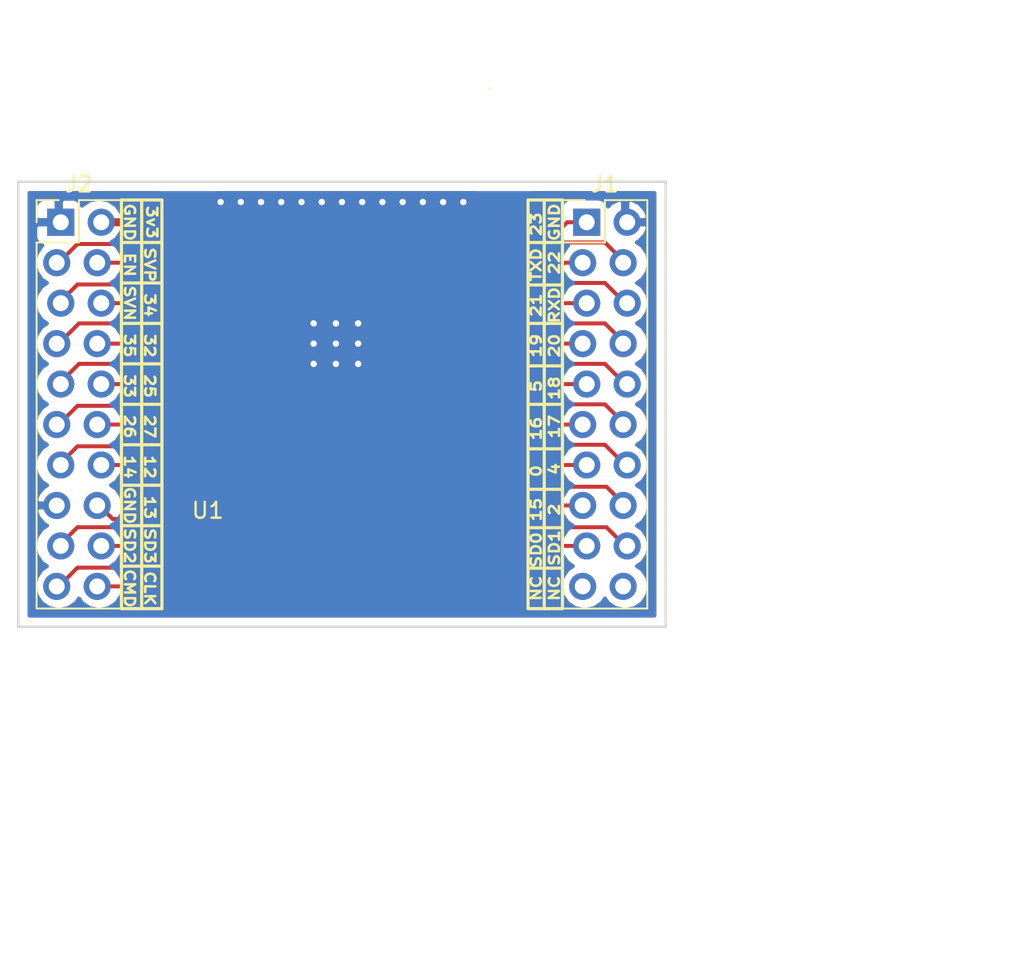
<source format=kicad_pcb>
(kicad_pcb (version 20170123) (host pcbnew no-vcs-found-08c4a0b~58~ubuntu16.04.1)

  (general
    (thickness 1.6)
    (drawings 103)
    (tracks 162)
    (zones 0)
    (modules 3)
    (nets 39)
  )

  (page A4)
  (title_block
    (title "ESP32 module")
    (date 2017-08-17)
    (rev 1)
    (comment 1 "Author: Alois Mbutura")
  )

  (layers
    (0 F.Cu signal)
    (31 B.Cu signal)
    (32 B.Adhes user)
    (33 F.Adhes user)
    (34 B.Paste user)
    (35 F.Paste user)
    (36 B.SilkS user)
    (37 F.SilkS user)
    (38 B.Mask user)
    (39 F.Mask user)
    (40 Dwgs.User user)
    (41 Cmts.User user)
    (42 Eco1.User user)
    (43 Eco2.User user)
    (44 Edge.Cuts user)
    (45 Margin user)
    (46 B.CrtYd user)
    (47 F.CrtYd user)
    (48 B.Fab user)
    (49 F.Fab user)
  )

  (setup
    (last_trace_width 0.25)
    (trace_clearance 0.2)
    (zone_clearance 0.508)
    (zone_45_only yes)
    (trace_min 0.2)
    (segment_width 0.2)
    (edge_width 0.15)
    (via_size 0.8)
    (via_drill 0.4)
    (via_min_size 0.4)
    (via_min_drill 0.3)
    (uvia_size 0.3)
    (uvia_drill 0.1)
    (uvias_allowed no)
    (uvia_min_size 0.2)
    (uvia_min_drill 0.1)
    (pcb_text_width 0.3)
    (pcb_text_size 0.762 0.635)
    (mod_edge_width 0.15)
    (mod_text_size 0.1524 0.762)
    (mod_text_width 0.762)
    (pad_size 1.524 1.524)
    (pad_drill 0.762)
    (pad_to_mask_clearance 0.2)
    (aux_axis_origin 0 0)
    (visible_elements FFFFFF7F)
    (pcbplotparams
      (layerselection 0x00030_ffffffff)
      (usegerberextensions false)
      (excludeedgelayer true)
      (linewidth 0.100000)
      (plotframeref false)
      (viasonmask false)
      (mode 1)
      (useauxorigin false)
      (hpglpennumber 1)
      (hpglpenspeed 20)
      (hpglpendiameter 15)
      (psnegative false)
      (psa4output false)
      (plotreference true)
      (plotvalue true)
      (plotinvisibletext false)
      (padsonsilk false)
      (subtractmaskfromsilk false)
      (outputformat 1)
      (mirror false)
      (drillshape 1)
      (scaleselection 1)
      (outputdirectory ""))
  )

  (net 0 "")
  (net 1 /GND)
  (net 2 /IO12)
  (net 3 /IO14)
  (net 4 /IO27)
  (net 5 /IO26)
  (net 6 /IO25)
  (net 7 /IO33)
  (net 8 /IO32)
  (net 9 /IO35)
  (net 10 /IO34)
  (net 11 /SVN)
  (net 12 /SVP)
  (net 13 /EN)
  (net 14 /3V3)
  (net 15 /IO13)
  (net 16 /SD2)
  (net 17 /SD3)
  (net 18 /CMD)
  (net 19 /CLK)
  (net 20 /SD0)
  (net 21 /SD1)
  (net 22 /IO15)
  (net 23 /IO2)
  (net 24 /IO0)
  (net 25 /IO4)
  (net 26 /IO16)
  (net 27 /IO17)
  (net 28 /IO5)
  (net 29 /IO18)
  (net 30 /IO19)
  (net 31 /IO20)
  (net 32 /IO21)
  (net 33 /RXD)
  (net 34 /TXD)
  (net 35 /IO22)
  (net 36 /IO23)
  (net 37 "Net-(J1-Pad19)")
  (net 38 "Net-(J1-Pad20)")

  (net_class Default "This is the default net class."
    (clearance 0.2)
    (trace_width 0.25)
    (via_dia 0.8)
    (via_drill 0.4)
    (uvia_dia 0.3)
    (uvia_drill 0.1)
    (add_net /CLK)
    (add_net /CMD)
    (add_net /EN)
    (add_net /GND)
    (add_net /IO0)
    (add_net /IO12)
    (add_net /IO13)
    (add_net /IO14)
    (add_net /IO15)
    (add_net /IO16)
    (add_net /IO17)
    (add_net /IO18)
    (add_net /IO19)
    (add_net /IO2)
    (add_net /IO20)
    (add_net /IO21)
    (add_net /IO22)
    (add_net /IO23)
    (add_net /IO25)
    (add_net /IO26)
    (add_net /IO27)
    (add_net /IO32)
    (add_net /IO33)
    (add_net /IO34)
    (add_net /IO35)
    (add_net /IO4)
    (add_net /IO5)
    (add_net /RXD)
    (add_net /SD0)
    (add_net /SD1)
    (add_net /SD2)
    (add_net /SD3)
    (add_net /SVN)
    (add_net /SVP)
    (add_net /TXD)
    (add_net "Net-(J1-Pad19)")
    (add_net "Net-(J1-Pad20)")
  )

  (net_class Power ""
    (clearance 0.2)
    (trace_width 0.508)
    (via_dia 0.8)
    (via_drill 0.4)
    (uvia_dia 0.3)
    (uvia_drill 0.1)
    (add_net /3V3)
  )

  (module narra:Pin_Header_Straight_2x10_Pitch2.54mm_staggered (layer F.Cu) (tedit 59956C43) (tstamp 599AD796)
    (at 121.92 78.74)
    (descr "Through hole straight pin header, 2x10, 2.54mm pitch, double rows")
    (tags "Through hole pin header THT 2x10 2.54mm double row")
    (path /59956261)
    (fp_text reference J2 (at 1.27 -2.39) (layer F.SilkS)
      (effects (font (size 1 1) (thickness 0.15)))
    )
    (fp_text value CONN_02X10 (at 1.27 25.25) (layer F.Fab)
      (effects (font (size 1 1) (thickness 0.15)))
    )
    (fp_line (start -1.27 -1.27) (end -1.27 24.13) (layer F.Fab) (width 0.1))
    (fp_line (start -1.27 24.13) (end 3.81 24.13) (layer F.Fab) (width 0.1))
    (fp_line (start 3.81 24.13) (end 3.81 -1.27) (layer F.Fab) (width 0.1))
    (fp_line (start 3.81 -1.27) (end -1.27 -1.27) (layer F.Fab) (width 0.1))
    (fp_line (start -1.39 1.27) (end -1.39 24.25) (layer F.SilkS) (width 0.12))
    (fp_line (start -1.39 24.25) (end 3.93 24.25) (layer F.SilkS) (width 0.12))
    (fp_line (start 3.93 24.25) (end 3.93 -1.39) (layer F.SilkS) (width 0.12))
    (fp_line (start 3.93 -1.39) (end 1.27 -1.39) (layer F.SilkS) (width 0.12))
    (fp_line (start 1.27 -1.39) (end 1.27 1.27) (layer F.SilkS) (width 0.12))
    (fp_line (start 1.27 1.27) (end -1.39 1.27) (layer F.SilkS) (width 0.12))
    (fp_line (start -1.39 0) (end -1.39 -1.39) (layer F.SilkS) (width 0.12))
    (fp_line (start -1.39 -1.39) (end 0 -1.39) (layer F.SilkS) (width 0.12))
    (fp_line (start -1.6 -1.6) (end -1.6 24.4) (layer F.CrtYd) (width 0.05))
    (fp_line (start -1.6 24.4) (end 4.1 24.4) (layer F.CrtYd) (width 0.05))
    (fp_line (start 4.1 24.4) (end 4.1 -1.6) (layer F.CrtYd) (width 0.05))
    (fp_line (start 4.1 -1.6) (end -1.6 -1.6) (layer F.CrtYd) (width 0.05))
    (pad 1 thru_hole rect (at 0.127 0) (size 1.7 1.7) (drill 1) (layers *.Cu *.Mask)
      (net 1 /GND))
    (pad 2 thru_hole oval (at 2.667 0) (size 1.7 1.7) (drill 1) (layers *.Cu *.Mask)
      (net 14 /3V3))
    (pad 3 thru_hole oval (at -0.127 2.54) (size 1.7 1.7) (drill 1) (layers *.Cu *.Mask)
      (net 13 /EN))
    (pad 4 thru_hole oval (at 2.413 2.54) (size 1.7 1.7) (drill 1) (layers *.Cu *.Mask)
      (net 12 /SVP))
    (pad 5 thru_hole oval (at 0.127 5.08) (size 1.7 1.7) (drill 1) (layers *.Cu *.Mask)
      (net 11 /SVN))
    (pad 6 thru_hole oval (at 2.667 5.08) (size 1.7 1.7) (drill 1) (layers *.Cu *.Mask)
      (net 10 /IO34))
    (pad 7 thru_hole oval (at -0.127 7.62) (size 1.7 1.7) (drill 1) (layers *.Cu *.Mask)
      (net 9 /IO35))
    (pad 8 thru_hole oval (at 2.413 7.62) (size 1.7 1.7) (drill 1) (layers *.Cu *.Mask)
      (net 8 /IO32))
    (pad 9 thru_hole oval (at 0.127 10.16) (size 1.7 1.7) (drill 1) (layers *.Cu *.Mask)
      (net 7 /IO33))
    (pad 10 thru_hole oval (at 2.667 10.16) (size 1.7 1.7) (drill 1) (layers *.Cu *.Mask)
      (net 6 /IO25))
    (pad 11 thru_hole oval (at -0.127 12.7) (size 1.7 1.7) (drill 1) (layers *.Cu *.Mask)
      (net 5 /IO26))
    (pad 12 thru_hole oval (at 2.413 12.7) (size 1.7 1.7) (drill 1) (layers *.Cu *.Mask)
      (net 4 /IO27))
    (pad 13 thru_hole oval (at 0.127 15.24) (size 1.7 1.7) (drill 1) (layers *.Cu *.Mask)
      (net 3 /IO14))
    (pad 14 thru_hole oval (at 2.667 15.24) (size 1.7 1.7) (drill 1) (layers *.Cu *.Mask)
      (net 2 /IO12))
    (pad 15 thru_hole oval (at -0.127 17.78) (size 1.7 1.7) (drill 1) (layers *.Cu *.Mask)
      (net 1 /GND))
    (pad 16 thru_hole oval (at 2.413 17.78) (size 1.7 1.7) (drill 1) (layers *.Cu *.Mask)
      (net 15 /IO13))
    (pad 17 thru_hole oval (at 0.127 20.32) (size 1.7 1.7) (drill 1) (layers *.Cu *.Mask)
      (net 16 /SD2))
    (pad 18 thru_hole oval (at 2.667 20.32) (size 1.7 1.7) (drill 1) (layers *.Cu *.Mask)
      (net 17 /SD3))
    (pad 19 thru_hole oval (at -0.127 22.86) (size 1.7 1.7) (drill 1) (layers *.Cu *.Mask)
      (net 18 /CMD))
    (pad 20 thru_hole oval (at 2.413 22.86) (size 1.7 1.7) (drill 1) (layers *.Cu *.Mask)
      (net 19 /CLK))
    (model "/home/bigbitsoko/Desktop/Pochi_files/footprints/3D/Pin Header 1x10 TH Pitch 2.54mm.stp"
      (at (xyz 0 0 -0.05905511811023623))
      (scale (xyz 1 1 1))
      (rotate (xyz 180 0 90))
    )
    (model "/home/bigbitsoko/Desktop/Pochi_files/footprints/3D/Pin Header 1x10 TH Pitch 2.54mm.stp"
      (at (xyz 0.09842519685039371 0 -0.05905511811023623))
      (scale (xyz 1 1 1))
      (rotate (xyz 180 0 90))
    )
  )

  (module narra:Pin_Header_Straight_2x10_Pitch2.54mm_staggered (layer F.Cu) (tedit 59956C43) (tstamp 599AD721)
    (at 154.94 78.74)
    (descr "Through hole straight pin header, 2x10, 2.54mm pitch, double rows")
    (tags "Through hole pin header THT 2x10 2.54mm double row")
    (path /59956326)
    (fp_text reference J1 (at 1.27 -2.39) (layer F.SilkS)
      (effects (font (size 1 1) (thickness 0.15)))
    )
    (fp_text value CONN_02X10 (at 1.27 25.25) (layer F.Fab)
      (effects (font (size 1 1) (thickness 0.15)))
    )
    (fp_line (start 4.1 -1.6) (end -1.6 -1.6) (layer F.CrtYd) (width 0.05))
    (fp_line (start 4.1 24.4) (end 4.1 -1.6) (layer F.CrtYd) (width 0.05))
    (fp_line (start -1.6 24.4) (end 4.1 24.4) (layer F.CrtYd) (width 0.05))
    (fp_line (start -1.6 -1.6) (end -1.6 24.4) (layer F.CrtYd) (width 0.05))
    (fp_line (start -1.39 -1.39) (end 0 -1.39) (layer F.SilkS) (width 0.12))
    (fp_line (start -1.39 0) (end -1.39 -1.39) (layer F.SilkS) (width 0.12))
    (fp_line (start 1.27 1.27) (end -1.39 1.27) (layer F.SilkS) (width 0.12))
    (fp_line (start 1.27 -1.39) (end 1.27 1.27) (layer F.SilkS) (width 0.12))
    (fp_line (start 3.93 -1.39) (end 1.27 -1.39) (layer F.SilkS) (width 0.12))
    (fp_line (start 3.93 24.25) (end 3.93 -1.39) (layer F.SilkS) (width 0.12))
    (fp_line (start -1.39 24.25) (end 3.93 24.25) (layer F.SilkS) (width 0.12))
    (fp_line (start -1.39 1.27) (end -1.39 24.25) (layer F.SilkS) (width 0.12))
    (fp_line (start 3.81 -1.27) (end -1.27 -1.27) (layer F.Fab) (width 0.1))
    (fp_line (start 3.81 24.13) (end 3.81 -1.27) (layer F.Fab) (width 0.1))
    (fp_line (start -1.27 24.13) (end 3.81 24.13) (layer F.Fab) (width 0.1))
    (fp_line (start -1.27 -1.27) (end -1.27 24.13) (layer F.Fab) (width 0.1))
    (pad 20 thru_hole oval (at 2.413 22.86) (size 1.7 1.7) (drill 1) (layers *.Cu *.Mask)
      (net 38 "Net-(J1-Pad20)"))
    (pad 19 thru_hole oval (at -0.127 22.86) (size 1.7 1.7) (drill 1) (layers *.Cu *.Mask)
      (net 37 "Net-(J1-Pad19)"))
    (pad 18 thru_hole oval (at 2.667 20.32) (size 1.7 1.7) (drill 1) (layers *.Cu *.Mask)
      (net 21 /SD1))
    (pad 17 thru_hole oval (at 0.127 20.32) (size 1.7 1.7) (drill 1) (layers *.Cu *.Mask)
      (net 20 /SD0))
    (pad 16 thru_hole oval (at 2.413 17.78) (size 1.7 1.7) (drill 1) (layers *.Cu *.Mask)
      (net 23 /IO2))
    (pad 15 thru_hole oval (at -0.127 17.78) (size 1.7 1.7) (drill 1) (layers *.Cu *.Mask)
      (net 22 /IO15))
    (pad 14 thru_hole oval (at 2.667 15.24) (size 1.7 1.7) (drill 1) (layers *.Cu *.Mask)
      (net 25 /IO4))
    (pad 13 thru_hole oval (at 0.127 15.24) (size 1.7 1.7) (drill 1) (layers *.Cu *.Mask)
      (net 24 /IO0))
    (pad 12 thru_hole oval (at 2.413 12.7) (size 1.7 1.7) (drill 1) (layers *.Cu *.Mask)
      (net 27 /IO17))
    (pad 11 thru_hole oval (at -0.127 12.7) (size 1.7 1.7) (drill 1) (layers *.Cu *.Mask)
      (net 26 /IO16))
    (pad 10 thru_hole oval (at 2.667 10.16) (size 1.7 1.7) (drill 1) (layers *.Cu *.Mask)
      (net 29 /IO18))
    (pad 9 thru_hole oval (at 0.127 10.16) (size 1.7 1.7) (drill 1) (layers *.Cu *.Mask)
      (net 28 /IO5))
    (pad 8 thru_hole oval (at 2.413 7.62) (size 1.7 1.7) (drill 1) (layers *.Cu *.Mask)
      (net 31 /IO20))
    (pad 7 thru_hole oval (at -0.127 7.62) (size 1.7 1.7) (drill 1) (layers *.Cu *.Mask)
      (net 30 /IO19))
    (pad 6 thru_hole oval (at 2.667 5.08) (size 1.7 1.7) (drill 1) (layers *.Cu *.Mask)
      (net 33 /RXD))
    (pad 5 thru_hole oval (at 0.127 5.08) (size 1.7 1.7) (drill 1) (layers *.Cu *.Mask)
      (net 32 /IO21))
    (pad 4 thru_hole oval (at 2.413 2.54) (size 1.7 1.7) (drill 1) (layers *.Cu *.Mask)
      (net 35 /IO22))
    (pad 3 thru_hole oval (at -0.127 2.54) (size 1.7 1.7) (drill 1) (layers *.Cu *.Mask)
      (net 34 /TXD))
    (pad 2 thru_hole oval (at 2.667 0) (size 1.7 1.7) (drill 1) (layers *.Cu *.Mask)
      (net 1 /GND))
    (pad 1 thru_hole rect (at 0.127 0) (size 1.7 1.7) (drill 1) (layers *.Cu *.Mask)
      (net 36 /IO23))
    (model "/home/bigbitsoko/Desktop/Pochi_files/footprints/3D/Pin Header 1x10 TH Pitch 2.54mm.stp"
      (at (xyz 0 0 -0.05905511811023623))
      (scale (xyz 1 1 1))
      (rotate (xyz 180 0 90))
    )
    (model "/home/bigbitsoko/Desktop/Pochi_files/footprints/3D/Pin Header 1x10 TH Pitch 2.54mm.stp"
      (at (xyz 0.09842519685039371 0 -0.05905511811023623))
      (scale (xyz 1 1 1))
      (rotate (xyz 180 0 90))
    )
  )

  (module narra:ESP-WROOM32-MODULE (layer F.Cu) (tedit 596755E5) (tstamp 599FE9A7)
    (at 130.974 95.8335)
    (path /599550A2)
    (fp_text reference U1 (at 0.3 1) (layer F.SilkS)
      (effects (font (size 1 1) (thickness 0.15)))
    )
    (fp_text value ESP32-WROOM32-MODULE (at 9.05 -26.55) (layer F.Fab)
      (effects (font (size 1 1) (thickness 0.15)))
    )
    (fp_line (start 18 -25.5) (end 18 0) (layer Dwgs.User) (width 0.15))
    (fp_line (start 18 0) (end 0 0) (layer Dwgs.User) (width 0.15))
    (fp_line (start 0 0) (end 0 -25.5) (layer Dwgs.User) (width 0.15))
    (fp_line (start 0 -25.5) (end 18 -25.5) (layer Dwgs.User) (width 0.15))
    (fp_line (start 18 -25.5) (end 18 -25.5) (layer F.SilkS) (width 0.15))
    (fp_line (start 0 -1.95) (end 0.45 -1.95) (layer Dwgs.User) (width 0.15))
    (fp_line (start 0.45 -1.95) (end 0.45 -1.05) (layer Dwgs.User) (width 0.15))
    (fp_line (start 0.45 -1.05) (end 0 -1.05) (layer Dwgs.User) (width 0.15))
    (fp_line (start 0.45 -2.32) (end 0 -2.32) (layer Dwgs.User) (width 0.15))
    (fp_line (start 0.45 -3.59) (end 0 -3.59) (layer Dwgs.User) (width 0.15))
    (fp_line (start 0.45 -4.86) (end 0 -4.86) (layer Dwgs.User) (width 0.15))
    (fp_line (start 0.45 -6.13) (end 0 -6.13) (layer Dwgs.User) (width 0.15))
    (fp_line (start 0.45 -7.4) (end 0 -7.4) (layer Dwgs.User) (width 0.15))
    (fp_line (start 0.45 -8.67) (end 0 -8.67) (layer Dwgs.User) (width 0.15))
    (fp_line (start 0.45 -9.94) (end 0 -9.94) (layer Dwgs.User) (width 0.15))
    (fp_line (start 0.45 -11.21) (end 0 -11.21) (layer Dwgs.User) (width 0.15))
    (fp_line (start 0.45 -12.48) (end 0 -12.48) (layer Dwgs.User) (width 0.15))
    (fp_line (start 0.45 -13.75) (end 0 -13.75) (layer Dwgs.User) (width 0.15))
    (fp_line (start 0.45 -15.02) (end 0 -15.02) (layer Dwgs.User) (width 0.15))
    (fp_line (start 0.45 -16.29) (end 0 -16.29) (layer Dwgs.User) (width 0.15))
    (fp_line (start 0.45 -17.56) (end 0 -17.56) (layer Dwgs.User) (width 0.15))
    (fp_line (start 0 -3.22) (end 0.45 -3.22) (layer Dwgs.User) (width 0.15))
    (fp_line (start 0 -4.49) (end 0.45 -4.49) (layer Dwgs.User) (width 0.15))
    (fp_line (start 0 -5.76) (end 0.45 -5.76) (layer Dwgs.User) (width 0.15))
    (fp_line (start 0 -7.03) (end 0.45 -7.03) (layer Dwgs.User) (width 0.15))
    (fp_line (start 0 -8.3) (end 0.45 -8.3) (layer Dwgs.User) (width 0.15))
    (fp_line (start 0 -9.57) (end 0.45 -9.57) (layer Dwgs.User) (width 0.15))
    (fp_line (start 0 -10.84) (end 0.45 -10.84) (layer Dwgs.User) (width 0.15))
    (fp_line (start 0 -12.11) (end 0.45 -12.11) (layer Dwgs.User) (width 0.15))
    (fp_line (start 0 -13.38) (end 0.45 -13.38) (layer Dwgs.User) (width 0.15))
    (fp_line (start 0 -14.65) (end 0.45 -14.65) (layer Dwgs.User) (width 0.15))
    (fp_line (start 0 -15.92) (end 0.45 -15.92) (layer Dwgs.User) (width 0.15))
    (fp_line (start 0 -17.19) (end 0.45 -17.19) (layer Dwgs.User) (width 0.15))
    (fp_line (start 0 -18.46) (end 0.45 -18.46) (layer Dwgs.User) (width 0.15))
    (fp_line (start 0.45 -3.22) (end 0.45 -2.32) (layer Dwgs.User) (width 0.15))
    (fp_line (start 0.45 -4.49) (end 0.45 -3.59) (layer Dwgs.User) (width 0.15))
    (fp_line (start 0.45 -5.76) (end 0.45 -4.86) (layer Dwgs.User) (width 0.15))
    (fp_line (start 0.45 -7.03) (end 0.45 -6.13) (layer Dwgs.User) (width 0.15))
    (fp_line (start 0.45 -8.3) (end 0.45 -7.4) (layer Dwgs.User) (width 0.15))
    (fp_line (start 0.45 -9.57) (end 0.45 -8.67) (layer Dwgs.User) (width 0.15))
    (fp_line (start 0.45 -10.84) (end 0.45 -9.94) (layer Dwgs.User) (width 0.15))
    (fp_line (start 0.45 -12.11) (end 0.45 -11.21) (layer Dwgs.User) (width 0.15))
    (fp_line (start 0.45 -13.38) (end 0.45 -12.48) (layer Dwgs.User) (width 0.15))
    (fp_line (start 0.45 -14.65) (end 0.45 -13.75) (layer Dwgs.User) (width 0.15))
    (fp_line (start 0.45 -15.92) (end 0.45 -15.02) (layer Dwgs.User) (width 0.15))
    (fp_line (start 0.45 -17.19) (end 0.45 -16.29) (layer Dwgs.User) (width 0.15))
    (fp_line (start 0.45 -18.46) (end 0.45 -17.56) (layer Dwgs.User) (width 0.15))
    (fp_line (start 0 -19.5) (end 18 -19.5) (layer Dwgs.User) (width 0.15))
    (fp_line (start 18.010446 -1.95) (end 17.560446 -1.95) (layer Dwgs.User) (width 0.15))
    (fp_line (start 17.560446 -1.05) (end 18.010446 -1.05) (layer Dwgs.User) (width 0.15))
    (fp_line (start 17.560446 -1.95) (end 17.560446 -1.05) (layer Dwgs.User) (width 0.15))
    (fp_line (start 18.010446 -3.22) (end 17.560446 -3.22) (layer Dwgs.User) (width 0.15))
    (fp_line (start 18.010446 -4.49) (end 17.560446 -4.49) (layer Dwgs.User) (width 0.15))
    (fp_line (start 18.010446 -5.76) (end 17.560446 -5.76) (layer Dwgs.User) (width 0.15))
    (fp_line (start 18.010446 -7.03) (end 17.560446 -7.03) (layer Dwgs.User) (width 0.15))
    (fp_line (start 18.010446 -8.3) (end 17.560446 -8.3) (layer Dwgs.User) (width 0.15))
    (fp_line (start 18.010446 -9.57) (end 17.560446 -9.57) (layer Dwgs.User) (width 0.15))
    (fp_line (start 18.010446 -10.84) (end 17.560446 -10.84) (layer Dwgs.User) (width 0.15))
    (fp_line (start 18.010446 -12.11) (end 17.560446 -12.11) (layer Dwgs.User) (width 0.15))
    (fp_line (start 18.010446 -13.38) (end 17.560446 -13.38) (layer Dwgs.User) (width 0.15))
    (fp_line (start 18.010446 -14.65) (end 17.560446 -14.65) (layer Dwgs.User) (width 0.15))
    (fp_line (start 18.010446 -15.92) (end 17.560446 -15.92) (layer Dwgs.User) (width 0.15))
    (fp_line (start 18.010446 -17.19) (end 17.560446 -17.19) (layer Dwgs.User) (width 0.15))
    (fp_line (start 18.010446 -18.46) (end 17.560446 -18.46) (layer Dwgs.User) (width 0.15))
    (fp_line (start 17.560446 -2.32) (end 18.010446 -2.32) (layer Dwgs.User) (width 0.15))
    (fp_line (start 17.560446 -3.59) (end 18.010446 -3.59) (layer Dwgs.User) (width 0.15))
    (fp_line (start 17.560446 -4.86) (end 18.010446 -4.86) (layer Dwgs.User) (width 0.15))
    (fp_line (start 17.560446 -6.13) (end 18.010446 -6.13) (layer Dwgs.User) (width 0.15))
    (fp_line (start 17.560446 -7.4) (end 18.010446 -7.4) (layer Dwgs.User) (width 0.15))
    (fp_line (start 17.560446 -8.67) (end 18.010446 -8.67) (layer Dwgs.User) (width 0.15))
    (fp_line (start 17.560446 -9.94) (end 18.010446 -9.94) (layer Dwgs.User) (width 0.15))
    (fp_line (start 17.560446 -11.21) (end 18.010446 -11.21) (layer Dwgs.User) (width 0.15))
    (fp_line (start 17.560446 -12.48) (end 18.010446 -12.48) (layer Dwgs.User) (width 0.15))
    (fp_line (start 17.560446 -13.75) (end 18.010446 -13.75) (layer Dwgs.User) (width 0.15))
    (fp_line (start 17.560446 -15.02) (end 18.010446 -15.02) (layer Dwgs.User) (width 0.15))
    (fp_line (start 17.560446 -16.29) (end 18.010446 -16.29) (layer Dwgs.User) (width 0.15))
    (fp_line (start 17.560446 -17.56) (end 18.010446 -17.56) (layer Dwgs.User) (width 0.15))
    (fp_line (start 17.560446 -3.22) (end 17.560446 -2.32) (layer Dwgs.User) (width 0.15))
    (fp_line (start 17.560446 -4.49) (end 17.560446 -3.59) (layer Dwgs.User) (width 0.15))
    (fp_line (start 17.560446 -5.76) (end 17.560446 -4.86) (layer Dwgs.User) (width 0.15))
    (fp_line (start 17.560446 -7.03) (end 17.560446 -6.13) (layer Dwgs.User) (width 0.15))
    (fp_line (start 17.560446 -8.3) (end 17.560446 -7.4) (layer Dwgs.User) (width 0.15))
    (fp_line (start 17.560446 -9.57) (end 17.560446 -8.67) (layer Dwgs.User) (width 0.15))
    (fp_line (start 17.560446 -10.84) (end 17.560446 -9.94) (layer Dwgs.User) (width 0.15))
    (fp_line (start 17.560446 -12.11) (end 17.560446 -11.21) (layer Dwgs.User) (width 0.15))
    (fp_line (start 17.560446 -13.38) (end 17.560446 -12.48) (layer Dwgs.User) (width 0.15))
    (fp_line (start 17.560446 -14.65) (end 17.560446 -13.75) (layer Dwgs.User) (width 0.15))
    (fp_line (start 17.560446 -15.92) (end 17.560446 -15.02) (layer Dwgs.User) (width 0.15))
    (fp_line (start 17.560446 -17.19) (end 17.560446 -16.29) (layer Dwgs.User) (width 0.15))
    (fp_line (start 17.560446 -18.46) (end 17.560446 -17.56) (layer Dwgs.User) (width 0.15))
    (fp_line (start 2.840885 -0.013519) (end 2.840885 -0.463519) (layer Dwgs.User) (width 0.15))
    (fp_line (start 3.740885 -0.463519) (end 3.740885 -0.013519) (layer Dwgs.User) (width 0.15))
    (fp_line (start 2.840885 -0.463519) (end 3.740885 -0.463519) (layer Dwgs.User) (width 0.15))
    (fp_line (start 1.5 -20.5) (end 1.5 -24.45) (layer Dwgs.User) (width 0.15))
    (fp_line (start 1.5 -24.45) (end 5.5 -24.45) (layer Dwgs.User) (width 0.15))
    (fp_line (start 5.5 -24.45) (end 5.5 -21.4) (layer Dwgs.User) (width 0.15))
    (fp_line (start 5.5 -21.4) (end 8.1 -21.4) (layer Dwgs.User) (width 0.15))
    (fp_line (start 8.1 -21.4) (end 8.1 -24.45) (layer Dwgs.User) (width 0.15))
    (fp_line (start 8.1 -24.45) (end 10.45 -24.45) (layer Dwgs.User) (width 0.15))
    (fp_line (start 10.45 -24.45) (end 10.45 -21.4) (layer Dwgs.User) (width 0.15))
    (fp_line (start 10.45 -21.4) (end 11.75 -21.4) (layer Dwgs.User) (width 0.15))
    (fp_line (start 11.75 -21.4) (end 11.75 -24.45) (layer Dwgs.User) (width 0.15))
    (fp_line (start 11.75 -24.45) (end 14.5 -24.45) (layer Dwgs.User) (width 0.15))
    (fp_line (start 14.5 -24.45) (end 14.5 -19.75) (layer Dwgs.User) (width 0.15))
    (fp_line (start 14.5 -24.45) (end 16.35 -24.45) (layer Dwgs.User) (width 0.15))
    (fp_line (start 16.35 -24.45) (end 16.35 -19.8) (layer Dwgs.User) (width 0.15))
    (fp_line (start 4.110885 -0.013519) (end 4.110885 -0.463519) (layer Dwgs.User) (width 0.15))
    (fp_line (start 5.380885 -0.013519) (end 5.380885 -0.463519) (layer Dwgs.User) (width 0.15))
    (fp_line (start 6.650885 -0.013519) (end 6.650885 -0.463519) (layer Dwgs.User) (width 0.15))
    (fp_line (start 7.920885 -0.013519) (end 7.920885 -0.463519) (layer Dwgs.User) (width 0.15))
    (fp_line (start 9.190885 -0.013519) (end 9.190885 -0.463519) (layer Dwgs.User) (width 0.15))
    (fp_line (start 10.460885 -0.013519) (end 10.460885 -0.463519) (layer Dwgs.User) (width 0.15))
    (fp_line (start 11.730885 -0.013519) (end 11.730885 -0.463519) (layer Dwgs.User) (width 0.15))
    (fp_line (start 13.000885 -0.013519) (end 13.000885 -0.463519) (layer Dwgs.User) (width 0.15))
    (fp_line (start 14.270885 -0.013519) (end 14.270885 -0.463519) (layer Dwgs.User) (width 0.15))
    (fp_line (start 5.010885 -0.463519) (end 5.010885 -0.013519) (layer Dwgs.User) (width 0.15))
    (fp_line (start 6.280885 -0.463519) (end 6.280885 -0.013519) (layer Dwgs.User) (width 0.15))
    (fp_line (start 7.550885 -0.463519) (end 7.550885 -0.013519) (layer Dwgs.User) (width 0.15))
    (fp_line (start 8.820885 -0.463519) (end 8.820885 -0.013519) (layer Dwgs.User) (width 0.15))
    (fp_line (start 10.090885 -0.463519) (end 10.090885 -0.013519) (layer Dwgs.User) (width 0.15))
    (fp_line (start 11.360885 -0.463519) (end 11.360885 -0.013519) (layer Dwgs.User) (width 0.15))
    (fp_line (start 12.630885 -0.463519) (end 12.630885 -0.013519) (layer Dwgs.User) (width 0.15))
    (fp_line (start 13.900885 -0.463519) (end 13.900885 -0.013519) (layer Dwgs.User) (width 0.15))
    (fp_line (start 15.170885 -0.463519) (end 15.170885 -0.013519) (layer Dwgs.User) (width 0.15))
    (fp_line (start 4.110885 -0.463519) (end 5.010885 -0.463519) (layer Dwgs.User) (width 0.15))
    (fp_line (start 5.380885 -0.463519) (end 6.280885 -0.463519) (layer Dwgs.User) (width 0.15))
    (fp_line (start 6.650885 -0.463519) (end 7.550885 -0.463519) (layer Dwgs.User) (width 0.15))
    (fp_line (start 7.920885 -0.463519) (end 8.820885 -0.463519) (layer Dwgs.User) (width 0.15))
    (fp_line (start 9.190885 -0.463519) (end 10.090885 -0.463519) (layer Dwgs.User) (width 0.15))
    (fp_line (start 10.460885 -0.463519) (end 11.360885 -0.463519) (layer Dwgs.User) (width 0.15))
    (fp_line (start 11.730885 -0.463519) (end 12.630885 -0.463519) (layer Dwgs.User) (width 0.15))
    (fp_line (start 13.000885 -0.463519) (end 13.900885 -0.463519) (layer Dwgs.User) (width 0.15))
    (fp_line (start 14.270885 -0.463519) (end 15.170885 -0.463519) (layer Dwgs.User) (width 0.15))
    (pad 1 smd rect (at 8.3 -9.3) (size 4 4) (layers F.Cu F.Paste F.Mask)
      (net 1 /GND))
    (pad 14 smd rect (at -0.9 -1.5) (size 2.7 0.9) (layers F.Cu F.Paste F.Mask)
      (net 2 /IO12))
    (pad 13 smd rect (at -0.9 -2.77) (size 2.7 0.9) (layers F.Cu F.Paste F.Mask)
      (net 3 /IO14))
    (pad 12 smd rect (at -0.9 -4.04) (size 2.7 0.9) (layers F.Cu F.Paste F.Mask)
      (net 4 /IO27))
    (pad 11 smd rect (at -0.9 -5.31) (size 2.7 0.9) (layers F.Cu F.Paste F.Mask)
      (net 5 /IO26))
    (pad 10 smd rect (at -0.9 -6.58) (size 2.7 0.9) (layers F.Cu F.Paste F.Mask)
      (net 6 /IO25))
    (pad 9 smd rect (at -0.9 -7.85) (size 2.7 0.9) (layers F.Cu F.Paste F.Mask)
      (net 7 /IO33))
    (pad 8 smd rect (at -0.9 -9.12) (size 2.7 0.9) (layers F.Cu F.Paste F.Mask)
      (net 8 /IO32))
    (pad 7 smd rect (at -0.9 -10.39) (size 2.7 0.9) (layers F.Cu F.Paste F.Mask)
      (net 9 /IO35))
    (pad 6 smd rect (at -0.9 -11.66) (size 2.7 0.9) (layers F.Cu F.Paste F.Mask)
      (net 10 /IO34))
    (pad 5 smd rect (at -0.9 -12.93) (size 2.7 0.9) (layers F.Cu F.Paste F.Mask)
      (net 11 /SVN))
    (pad 4 smd rect (at -0.9 -14.2) (size 2.7 0.9) (layers F.Cu F.Paste F.Mask)
      (net 12 /SVP))
    (pad 3 smd rect (at -0.9 -15.47) (size 2.7 0.9) (layers F.Cu F.Paste F.Mask)
      (net 13 /EN))
    (pad 2 smd rect (at -0.9 -16.74) (size 2.7 0.9) (layers F.Cu F.Paste F.Mask)
      (net 14 /3V3))
    (pad 1 smd rect (at -0.9 -18.01) (size 2.7 0.9) (layers F.Cu F.Paste F.Mask)
      (net 1 /GND))
    (pad 15 smd rect (at 3.3 0.9) (size 0.9 2.7) (layers F.Cu F.Paste F.Mask)
      (net 1 /GND))
    (pad 16 smd rect (at 4.57 0.9) (size 0.9 2.7) (layers F.Cu F.Paste F.Mask)
      (net 15 /IO13))
    (pad 17 smd rect (at 5.84 0.9) (size 0.9 2.7) (layers F.Cu F.Paste F.Mask)
      (net 16 /SD2))
    (pad 18 smd rect (at 7.11 0.9) (size 0.9 2.7) (layers F.Cu F.Paste F.Mask)
      (net 17 /SD3))
    (pad 19 smd rect (at 8.38 0.9) (size 0.9 2.7) (layers F.Cu F.Paste F.Mask)
      (net 18 /CMD))
    (pad 20 smd rect (at 9.65 0.9) (size 0.9 2.7) (layers F.Cu F.Paste F.Mask)
      (net 19 /CLK))
    (pad 21 smd rect (at 10.92 0.9) (size 0.9 2.7) (layers F.Cu F.Paste F.Mask)
      (net 20 /SD0))
    (pad 22 smd rect (at 12.19 0.9) (size 0.9 2.7) (layers F.Cu F.Paste F.Mask)
      (net 21 /SD1))
    (pad 23 smd rect (at 13.46 0.9) (size 0.9 2.7) (layers F.Cu F.Paste F.Mask)
      (net 22 /IO15))
    (pad 24 smd rect (at 14.73 0.9) (size 0.9 2.7) (layers F.Cu F.Paste F.Mask)
      (net 23 /IO2))
    (pad 25 smd rect (at 18.9 -1.5) (size 2.7 0.9) (layers F.Cu F.Paste F.Mask)
      (net 24 /IO0))
    (pad 26 smd rect (at 18.9 -2.77) (size 2.7 0.9) (layers F.Cu F.Paste F.Mask)
      (net 25 /IO4))
    (pad 27 smd rect (at 18.9 -4.04) (size 2.7 0.9) (layers F.Cu F.Paste F.Mask)
      (net 26 /IO16))
    (pad 28 smd rect (at 18.9 -5.31) (size 2.7 0.9) (layers F.Cu F.Paste F.Mask)
      (net 27 /IO17))
    (pad 29 smd rect (at 18.9 -6.58) (size 2.7 0.9) (layers F.Cu F.Paste F.Mask)
      (net 28 /IO5))
    (pad 30 smd rect (at 18.9 -7.85) (size 2.7 0.9) (layers F.Cu F.Paste F.Mask)
      (net 29 /IO18))
    (pad 31 smd rect (at 18.9 -9.12) (size 2.7 0.9) (layers F.Cu F.Paste F.Mask)
      (net 30 /IO19))
    (pad 32 smd rect (at 18.9 -10.39) (size 2.7 0.9) (layers F.Cu F.Paste F.Mask)
      (net 31 /IO20))
    (pad 33 smd rect (at 18.9 -11.66) (size 2.7 0.9) (layers F.Cu F.Paste F.Mask)
      (net 32 /IO21))
    (pad 34 smd rect (at 18.9 -12.93) (size 2.7 0.9) (layers F.Cu F.Paste F.Mask)
      (net 33 /RXD))
    (pad 35 smd rect (at 18.9 -14.2) (size 2.7 0.9) (layers F.Cu F.Paste F.Mask)
      (net 34 /TXD))
    (pad 36 smd rect (at 18.9 -15.47) (size 2.7 0.9) (layers F.Cu F.Paste F.Mask)
      (net 35 /IO22))
    (pad 37 smd rect (at 18.9 -16.74) (size 2.7 0.9) (layers F.Cu F.Paste F.Mask)
      (net 36 /IO23))
    (pad 38 smd rect (at 18.9 -18.01) (size 2.7 0.9) (layers F.Cu F.Paste F.Mask)
      (net 1 /GND))
    (model /home/bigbitsoko/Desktop/Pochi_files/footprints/3D/esp-wroom-32.stp
      (at (xyz 0 0 0))
      (scale (xyz 1 1 1))
      (rotate (xyz -90 0 0))
    )
  )

  (dimension 11.5824 (width 0.15875) (layer Dwgs.User)
    (gr_text "0.4560 in" (at 125.1712 65.6336) (layer Dwgs.User) (tstamp 59F008E2)
      (effects (font (size 0.635 0.762) (thickness 0.15875)))
    )
    (feature1 (pts (xy 130.9624 76.2) (xy 130.9624 64.9986)))
    (feature2 (pts (xy 119.38 76.2) (xy 119.38 64.9986)))
    (crossbar (pts (xy 119.38 66.2686) (xy 130.9624 66.2686)))
    (arrow1a (pts (xy 130.9624 66.2686) (xy 129.835896 66.855021)))
    (arrow1b (pts (xy 130.9624 66.2686) (xy 129.835896 65.682179)))
    (arrow2a (pts (xy 119.38 66.2686) (xy 120.506504 66.855021)))
    (arrow2b (pts (xy 119.38 66.2686) (xy 120.506504 65.682179)))
  )
  (dimension 17.983218 (width 0.15875) (layer Dwgs.User)
    (gr_text "0.7080 in" (at 139.972691 65.595222 0.08092618844) (layer Dwgs.User) (tstamp 59F008E3)
      (effects (font (size 0.635 0.762) (thickness 0.15875)))
    )
    (feature1 (pts (xy 148.971 70.3326) (xy 148.963394 64.947523)))
    (feature2 (pts (xy 130.9878 70.358) (xy 130.980194 64.972923)))
    (crossbar (pts (xy 130.981988 66.242922) (xy 148.965188 66.217522)))
    (arrow1a (pts (xy 148.965188 66.217522) (xy 147.839514 66.805533)))
    (arrow1b (pts (xy 148.965188 66.217522) (xy 147.837857 65.632693)))
    (arrow2a (pts (xy 130.981988 66.242922) (xy 132.109319 66.827751)))
    (arrow2b (pts (xy 130.981988 66.242922) (xy 132.107662 65.654911)))
  )
  (dimension 5.842 (width 0.15875) (layer Dwgs.User)
    (gr_text "0.2300 in" (at 160.655 73.279 270) (layer Dwgs.User) (tstamp 59F008E4)
      (effects (font (size 0.635 0.762) (thickness 0.15875)))
    )
    (feature1 (pts (xy 149.098 76.2) (xy 161.29 76.2)))
    (feature2 (pts (xy 149.098 70.358) (xy 161.29 70.358)))
    (crossbar (pts (xy 160.02 70.358) (xy 160.02 76.2)))
    (arrow1a (pts (xy 160.02 76.2) (xy 159.433579 75.073496)))
    (arrow1b (pts (xy 160.02 76.2) (xy 160.606421 75.073496)))
    (arrow2a (pts (xy 160.02 70.358) (xy 159.433579 71.484504)))
    (arrow2b (pts (xy 160.02 70.358) (xy 160.606421 71.484504)))
  )
  (dimension 22.86 (width 0.15875) (layer Dwgs.User)
    (gr_text "0.9000 in" (at 175.895 90.17 270) (layer Dwgs.User) (tstamp 59F008E5)
      (effects (font (size 0.635 0.762) (thickness 0.15875)))
    )
    (feature1 (pts (xy 157.48 101.6) (xy 176.53 101.6)))
    (feature2 (pts (xy 157.48 78.74) (xy 176.53 78.74)))
    (crossbar (pts (xy 175.26 78.74) (xy 175.26 101.6)))
    (arrow1a (pts (xy 175.26 101.6) (xy 174.673579 100.473496)))
    (arrow1b (pts (xy 175.26 101.6) (xy 175.846421 100.473496)))
    (arrow2a (pts (xy 175.26 78.74) (xy 174.673579 79.866504)))
    (arrow2b (pts (xy 175.26 78.74) (xy 175.846421 79.866504)))
  )
  (dimension 27.94 (width 0.15875) (layer Dwgs.User)
    (gr_text "1.1000 in" (at 180.975 90.17 270) (layer Dwgs.User) (tstamp 59F008E6)
      (effects (font (size 0.635 0.762) (thickness 0.15875)))
    )
    (feature1 (pts (xy 160.02 104.14) (xy 181.61 104.14)))
    (feature2 (pts (xy 160.02 76.2) (xy 181.61 76.2)))
    (crossbar (pts (xy 180.34 76.2) (xy 180.34 104.14)))
    (arrow1a (pts (xy 180.34 104.14) (xy 179.753579 103.013496)))
    (arrow1b (pts (xy 180.34 104.14) (xy 180.926421 103.013496)))
    (arrow2a (pts (xy 180.34 76.2) (xy 179.753579 77.326504)))
    (arrow2b (pts (xy 180.34 76.2) (xy 180.926421 77.326504)))
  )
  (dimension 30.48 (width 0.15875) (layer Dwgs.User)
    (gr_text "1.2000 in" (at 139.7 120.015) (layer Dwgs.User) (tstamp 59F008E7)
      (effects (font (size 0.635 0.762) (thickness 0.15875)))
    )
    (feature1 (pts (xy 154.94 101.6) (xy 154.94 120.65)))
    (feature2 (pts (xy 124.46 101.6) (xy 124.46 120.65)))
    (crossbar (pts (xy 124.46 119.38) (xy 154.94 119.38)))
    (arrow1a (pts (xy 154.94 119.38) (xy 153.813496 119.966421)))
    (arrow1b (pts (xy 154.94 119.38) (xy 153.813496 118.793579)))
    (arrow2a (pts (xy 124.46 119.38) (xy 125.586504 119.966421)))
    (arrow2b (pts (xy 124.46 119.38) (xy 125.586504 118.793579)))
  )
  (dimension 35.56 (width 0.15875) (layer Dwgs.User)
    (gr_text "1.4000 in" (at 139.7 122.555) (layer Dwgs.User) (tstamp 59F008E8)
      (effects (font (size 0.635 0.762) (thickness 0.15875)))
    )
    (feature1 (pts (xy 157.48 101.6) (xy 157.48 123.19)))
    (feature2 (pts (xy 121.92 101.6) (xy 121.92 123.19)))
    (crossbar (pts (xy 121.92 121.92) (xy 157.48 121.92)))
    (arrow1a (pts (xy 157.48 121.92) (xy 156.353496 122.506421)))
    (arrow1b (pts (xy 157.48 121.92) (xy 156.353496 121.333579)))
    (arrow2a (pts (xy 121.92 121.92) (xy 123.046504 122.506421)))
    (arrow2b (pts (xy 121.92 121.92) (xy 123.046504 121.333579)))
  )
  (dimension 40.64 (width 0.15875) (layer Dwgs.User)
    (gr_text "1.6000 in" (at 139.7 125.349) (layer Dwgs.User) (tstamp 59F008E9)
      (effects (font (size 0.635 0.762) (thickness 0.15875)))
    )
    (feature1 (pts (xy 160.02 104.14) (xy 160.02 125.984)))
    (feature2 (pts (xy 119.38 104.14) (xy 119.38 125.984)))
    (crossbar (pts (xy 119.38 124.714) (xy 160.02 124.714)))
    (arrow1a (pts (xy 160.02 124.714) (xy 158.893496 125.300421)))
    (arrow1b (pts (xy 160.02 124.714) (xy 158.893496 124.127579)))
    (arrow2a (pts (xy 119.38 124.714) (xy 120.506504 125.300421)))
    (arrow2b (pts (xy 119.38 124.714) (xy 120.506504 124.127579)))
  )
  (gr_text NC (at 151.892 101.727 90) (layer F.SilkS)
    (effects (font (size 0.635 0.762) (thickness 0.15875)))
  )
  (gr_text NC (at 153.035 101.727 90) (layer F.SilkS)
    (effects (font (size 0.635 0.762) (thickness 0.15875)))
  )
  (gr_text SD0 (at 151.892 99.314 90) (layer F.SilkS)
    (effects (font (size 0.635 0.762) (thickness 0.15875)))
  )
  (gr_text SD1 (at 153.035 99.187 90) (layer F.SilkS)
    (effects (font (size 0.635 0.762) (thickness 0.15875)))
  )
  (gr_text 15 (at 151.892 96.774 90) (layer F.SilkS)
    (effects (font (size 0.635 0.762) (thickness 0.15875)))
  )
  (gr_text 2 (at 153.035 96.774 90) (layer F.SilkS)
    (effects (font (size 0.635 0.762) (thickness 0.15875)))
  )
  (gr_text 0 (at 151.892 94.361 90) (layer F.SilkS)
    (effects (font (size 0.635 0.762) (thickness 0.15875)))
  )
  (gr_text 4 (at 153.035 94.234 90) (layer F.SilkS)
    (effects (font (size 0.635 0.762) (thickness 0.15875)))
  )
  (gr_text 16 (at 151.892 91.694 90) (layer F.SilkS)
    (effects (font (size 0.635 0.762) (thickness 0.15875)))
  )
  (gr_text 17 (at 153.035 91.567 90) (layer F.SilkS)
    (effects (font (size 0.635 0.762) (thickness 0.15875)))
  )
  (gr_text 5 (at 151.892 89.027 90) (layer F.SilkS)
    (effects (font (size 0.635 0.762) (thickness 0.15875)))
  )
  (gr_text 18 (at 153.035 89.154 90) (layer F.SilkS)
    (effects (font (size 0.635 0.762) (thickness 0.15875)))
  )
  (gr_text 19 (at 151.892 86.487 90) (layer F.SilkS)
    (effects (font (size 0.635 0.762) (thickness 0.15875)))
  )
  (gr_text 20 (at 153.035 86.487 90) (layer F.SilkS)
    (effects (font (size 0.635 0.762) (thickness 0.15875)))
  )
  (gr_text 21 (at 151.892 83.947 90) (layer F.SilkS)
    (effects (font (size 0.635 0.762) (thickness 0.15875)))
  )
  (gr_text RXD (at 153.035 83.947 90) (layer F.SilkS)
    (effects (font (size 0.635 0.762) (thickness 0.15875)))
  )
  (gr_text TXD (at 151.892 81.407 90) (layer F.SilkS)
    (effects (font (size 0.635 0.762) (thickness 0.15875)))
  )
  (gr_text 22 (at 153.035 81.28 90) (layer F.SilkS)
    (effects (font (size 0.635 0.762) (thickness 0.15875)))
  )
  (gr_text 23 (at 151.892 78.867 90) (layer F.SilkS)
    (effects (font (size 0.635 0.762) (thickness 0.15875)))
  )
  (gr_text GND (at 153.035 78.74 90) (layer F.SilkS)
    (effects (font (size 0.635 0.762) (thickness 0.15875)))
  )
  (gr_text CLK (at 127.635 101.727 270) (layer F.SilkS)
    (effects (font (size 0.635 0.762) (thickness 0.15875)))
  )
  (gr_text CMD (at 126.365 101.727 270) (layer F.SilkS)
    (effects (font (size 0.635 0.762) (thickness 0.15875)))
  )
  (gr_text SD3 (at 127.635 99.06 270) (layer F.SilkS)
    (effects (font (size 0.635 0.762) (thickness 0.15875)))
  )
  (gr_text SD2 (at 126.365 99.06 270) (layer F.SilkS)
    (effects (font (size 0.635 0.762) (thickness 0.15875)))
  )
  (gr_text 13 (at 127.635 96.647 270) (layer F.SilkS)
    (effects (font (size 0.635 0.762) (thickness 0.15875)))
  )
  (gr_text GND (at 126.365 96.52 270) (layer F.SilkS)
    (effects (font (size 0.635 0.762) (thickness 0.15875)))
  )
  (gr_text 12 (at 127.635 94.107 270) (layer F.SilkS)
    (effects (font (size 0.635 0.762) (thickness 0.15875)))
  )
  (gr_text 14 (at 126.365 94.107 270) (layer F.SilkS)
    (effects (font (size 0.635 0.762) (thickness 0.15875)))
  )
  (gr_text 27 (at 127.635 91.567 270) (layer F.SilkS)
    (effects (font (size 0.635 0.762) (thickness 0.15875)))
  )
  (gr_text 26 (at 126.365 91.567 270) (layer F.SilkS)
    (effects (font (size 0.635 0.762) (thickness 0.15875)))
  )
  (gr_text 25 (at 127.635 89.027 270) (layer F.SilkS)
    (effects (font (size 0.635 0.762) (thickness 0.15875)))
  )
  (gr_text 33 (at 126.365 89.027 270) (layer F.SilkS)
    (effects (font (size 0.635 0.762) (thickness 0.15875)))
  )
  (gr_text 32 (at 127.635 86.487 270) (layer F.SilkS)
    (effects (font (size 0.635 0.762) (thickness 0.15875)))
  )
  (gr_text 35 (at 126.365 86.487 270) (layer F.SilkS)
    (effects (font (size 0.635 0.762) (thickness 0.15875)))
  )
  (gr_text 34 (at 127.635 83.947 270) (layer F.SilkS)
    (effects (font (size 0.635 0.762) (thickness 0.15875)))
  )
  (gr_text SVN (at 126.365 83.82 270) (layer F.SilkS)
    (effects (font (size 0.635 0.762) (thickness 0.15875)))
  )
  (gr_text SVP (at 127.635 81.407 270) (layer F.SilkS)
    (effects (font (size 0.635 0.762) (thickness 0.15875)))
  )
  (gr_text EN (at 126.365 81.407 270) (layer F.SilkS)
    (effects (font (size 0.635 0.762) (thickness 0.15875)))
  )
  (gr_text GND (at 126.365 78.74 270) (layer F.SilkS)
    (effects (font (size 0.635 0.762) (thickness 0.15875)))
  )
  (gr_text 3v3 (at 127.762 78.74 270) (layer F.SilkS)
    (effects (font (size 0.635 0.762) (thickness 0.15875)))
  )
  (gr_line (start 151.384 80.01) (end 151.384 80.01) (layer F.SilkS) (width 0.2) (tstamp 599FF1F6))
  (gr_line (start 153.543 80.01) (end 151.384 80.01) (layer F.SilkS) (width 0.2))
  (gr_line (start 151.384 82.677) (end 151.384 82.677) (layer F.SilkS) (width 0.2) (tstamp 599FF1F3))
  (gr_line (start 153.543 82.677) (end 151.384 82.677) (layer F.SilkS) (width 0.2))
  (gr_line (start 151.384 85.09) (end 151.384 85.09) (layer F.SilkS) (width 0.2) (tstamp 599FF1F0))
  (gr_line (start 153.543 85.09) (end 151.384 85.09) (layer F.SilkS) (width 0.2))
  (gr_line (start 151.384 87.757) (end 151.384 87.757) (layer F.SilkS) (width 0.2) (tstamp 599FF1EC))
  (gr_line (start 153.543 87.757) (end 151.384 87.757) (layer F.SilkS) (width 0.2))
  (gr_line (start 151.384 90.17) (end 151.384 90.17) (layer F.SilkS) (width 0.2) (tstamp 599FF1E9))
  (gr_line (start 153.543 90.17) (end 151.384 90.17) (layer F.SilkS) (width 0.2))
  (gr_line (start 151.384 92.964) (end 151.384 92.964) (layer F.SilkS) (width 0.2) (tstamp 599FF1E5))
  (gr_line (start 153.543 92.964) (end 151.384 92.964) (layer F.SilkS) (width 0.2))
  (gr_line (start 151.384 95.504) (end 151.384 95.504) (layer F.SilkS) (width 0.2) (tstamp 599FF1E2))
  (gr_line (start 153.543 95.504) (end 151.384 95.504) (layer F.SilkS) (width 0.2))
  (gr_line (start 151.384 97.917) (end 151.384 97.917) (layer F.SilkS) (width 0.2) (tstamp 599FF1DF))
  (gr_line (start 153.543 97.917) (end 151.384 97.917) (layer F.SilkS) (width 0.2))
  (gr_line (start 151.384 100.457) (end 151.384 100.457) (layer F.SilkS) (width 0.2) (tstamp 599FF1DC))
  (gr_line (start 153.543 100.457) (end 151.384 100.457) (layer F.SilkS) (width 0.2))
  (gr_line (start 128.397 80.01) (end 128.397 80.01) (layer F.SilkS) (width 0.2) (tstamp 599FF1D9))
  (gr_line (start 125.857 80.01) (end 128.397 80.01) (layer F.SilkS) (width 0.2))
  (gr_line (start 128.397 82.55) (end 128.397 82.55) (layer F.SilkS) (width 0.2) (tstamp 599FF1D6))
  (gr_line (start 125.857 82.55) (end 128.397 82.55) (layer F.SilkS) (width 0.2))
  (gr_line (start 128.397 85.09) (end 128.397 85.09) (layer F.SilkS) (width 0.2) (tstamp 599FF1D3))
  (gr_line (start 125.857 85.09) (end 128.397 85.09) (layer F.SilkS) (width 0.2))
  (gr_line (start 128.397 87.63) (end 128.397 87.63) (layer F.SilkS) (width 0.2) (tstamp 599FF1D0))
  (gr_line (start 125.857 87.63) (end 128.397 87.63) (layer F.SilkS) (width 0.2))
  (gr_line (start 128.397 90.17) (end 128.397 90.17) (layer F.SilkS) (width 0.2) (tstamp 599FF1CD))
  (gr_line (start 125.857 90.17) (end 128.397 90.17) (layer F.SilkS) (width 0.2))
  (gr_line (start 128.397 92.71) (end 128.397 92.71) (layer F.SilkS) (width 0.2) (tstamp 599FF1CA))
  (gr_line (start 125.857 92.71) (end 128.397 92.71) (layer F.SilkS) (width 0.2))
  (gr_line (start 128.397 95.25) (end 128.397 95.25) (layer F.SilkS) (width 0.2) (tstamp 599FF1C7))
  (gr_line (start 125.857 95.25) (end 128.397 95.25) (layer F.SilkS) (width 0.2))
  (gr_line (start 128.397 97.79) (end 128.397 97.79) (layer F.SilkS) (width 0.2) (tstamp 599FF1C4))
  (gr_line (start 125.857 97.79) (end 128.397 97.79) (layer F.SilkS) (width 0.2))
  (gr_line (start 128.397 100.33) (end 128.397 100.33) (layer F.SilkS) (width 0.2) (tstamp 599FF1C1))
  (gr_line (start 125.857 100.33) (end 128.397 100.33) (layer F.SilkS) (width 0.2))
  (gr_line (start 127.127 102.997) (end 127.127 102.997) (layer F.SilkS) (width 0.2) (tstamp 599FF1BE))
  (gr_line (start 127.127 77.343) (end 127.127 102.997) (layer F.SilkS) (width 0.2))
  (gr_line (start 152.4 102.997) (end 152.4 102.997) (layer F.SilkS) (width 0.2) (tstamp 599FF1BB))
  (gr_line (start 152.4 77.343) (end 152.4 102.997) (layer F.SilkS) (width 0.2))
  (gr_line (start 153.543 77.343) (end 153.543 77.343) (layer F.SilkS) (width 0.2) (tstamp 599FF1B6))
  (gr_line (start 153.543 102.997) (end 153.543 77.343) (layer F.SilkS) (width 0.2))
  (gr_line (start 151.384 102.997) (end 153.543 102.997) (layer F.SilkS) (width 0.2))
  (gr_line (start 151.384 77.343) (end 151.384 102.997) (layer F.SilkS) (width 0.2))
  (gr_line (start 153.543 77.343) (end 151.384 77.343) (layer F.SilkS) (width 0.2))
  (gr_line (start 125.857 77.343) (end 125.857 77.343) (layer F.SilkS) (width 0.2) (tstamp 599FF1B0))
  (gr_line (start 125.857 102.997) (end 125.857 77.343) (layer F.SilkS) (width 0.2))
  (gr_line (start 128.397 102.997) (end 125.857 102.997) (layer F.SilkS) (width 0.2))
  (gr_line (start 128.397 77.343) (end 128.397 102.997) (layer F.SilkS) (width 0.2))
  (gr_line (start 125.857 77.343) (end 128.397 77.343) (layer F.SilkS) (width 0.2))
  (gr_line (start 119.38 76.2) (end 119.38 76.2) (layer Edge.Cuts) (width 0.15) (tstamp 599FEE84))
  (gr_line (start 119.38 104.14) (end 119.38 76.2) (layer Edge.Cuts) (width 0.15))
  (gr_line (start 160.02 104.14) (end 119.38 104.14) (layer Edge.Cuts) (width 0.15))
  (gr_line (start 160.02 76.2) (end 160.02 104.14) (layer Edge.Cuts) (width 0.15))
  (gr_line (start 119.38 76.2) (end 160.02 76.2) (layer Edge.Cuts) (width 0.15))

  (via (at 132.08 77.47) (size 0.8) (drill 0.4) (layers F.Cu B.Cu) (net 1))
  (via (at 147.32 77.47) (size 0.8) (drill 0.4) (layers F.Cu B.Cu) (net 1))
  (via (at 146.05 77.47) (size 0.8) (drill 0.4) (layers F.Cu B.Cu) (net 1))
  (via (at 144.78 77.47) (size 0.8) (drill 0.4) (layers F.Cu B.Cu) (net 1))
  (via (at 143.51 77.47) (size 0.8) (drill 0.4) (layers F.Cu B.Cu) (net 1))
  (via (at 142.24 77.47) (size 0.8) (drill 0.4) (layers F.Cu B.Cu) (net 1))
  (via (at 140.97 77.47) (size 0.8) (drill 0.4) (layers F.Cu B.Cu) (net 1))
  (via (at 139.7 77.47) (size 0.8) (drill 0.4) (layers F.Cu B.Cu) (net 1))
  (via (at 138.43 77.47) (size 0.8) (drill 0.4) (layers F.Cu B.Cu) (net 1))
  (via (at 137.16 77.47) (size 0.8) (drill 0.4) (layers F.Cu B.Cu) (net 1))
  (via (at 135.89 77.47) (size 0.8) (drill 0.4) (layers F.Cu B.Cu) (net 1))
  (via (at 134.62 77.47) (size 0.8) (drill 0.4) (layers F.Cu B.Cu) (net 1))
  (via (at 133.35 77.47) (size 0.8) (drill 0.4) (layers F.Cu B.Cu) (net 1))
  (via (at 140.716 87.63) (size 0.8) (drill 0.4) (layers F.Cu B.Cu) (net 1))
  (via (at 140.716 86.36) (size 0.8) (drill 0.4) (layers F.Cu B.Cu) (net 1))
  (via (at 140.716 85.09) (size 0.8) (drill 0.4) (layers F.Cu B.Cu) (net 1))
  (via (at 139.319 85.09) (size 0.8) (drill 0.4) (layers F.Cu B.Cu) (net 1))
  (via (at 139.319 86.36) (size 0.8) (drill 0.4) (layers F.Cu B.Cu) (net 1))
  (via (at 139.319 87.63) (size 0.8) (drill 0.4) (layers F.Cu B.Cu) (net 1))
  (via (at 137.922 87.63) (size 0.8) (drill 0.4) (layers F.Cu B.Cu) (net 1))
  (via (at 137.922 86.36) (size 0.8) (drill 0.4) (layers F.Cu B.Cu) (net 1))
  (via (at 137.922 85.09) (size 0.8) (drill 0.4) (layers F.Cu B.Cu) (net 1))
  (segment (start 127 93.98) (end 127.3535 94.3335) (width 0.25) (layer F.Cu) (net 2))
  (segment (start 127.3535 94.3335) (end 130.074 94.3335) (width 0.25) (layer F.Cu) (net 2))
  (segment (start 124.46 93.98) (end 127 93.98) (width 0.25) (layer F.Cu) (net 2))
  (segment (start 126.840999 92.804999) (end 127.0995 93.0635) (width 0.25) (layer F.Cu) (net 3))
  (segment (start 127.0995 93.0635) (end 130.074 93.0635) (width 0.25) (layer F.Cu) (net 3))
  (segment (start 121.92 93.98) (end 123.095001 92.804999) (width 0.25) (layer F.Cu) (net 3))
  (segment (start 123.095001 92.804999) (end 126.840999 92.804999) (width 0.25) (layer F.Cu) (net 3))
  (segment (start 127.254 91.44) (end 127.6075 91.7935) (width 0.25) (layer F.Cu) (net 4))
  (segment (start 127.6075 91.7935) (end 130.074 91.7935) (width 0.25) (layer F.Cu) (net 4))
  (segment (start 124.46 91.44) (end 127.254 91.44) (width 0.25) (layer F.Cu) (net 4))
  (segment (start 126.078999 90.264999) (end 126.3375 90.5235) (width 0.25) (layer F.Cu) (net 5))
  (segment (start 126.3375 90.5235) (end 130.074 90.5235) (width 0.25) (layer F.Cu) (net 5))
  (segment (start 121.92 91.44) (end 123.095001 90.264999) (width 0.25) (layer F.Cu) (net 5))
  (segment (start 123.095001 90.264999) (end 126.078999 90.264999) (width 0.25) (layer F.Cu) (net 5))
  (segment (start 127 88.9) (end 127.3535 89.2535) (width 0.25) (layer F.Cu) (net 6))
  (segment (start 127.3535 89.2535) (end 130.074 89.2535) (width 0.25) (layer F.Cu) (net 6))
  (segment (start 124.46 88.9) (end 127 88.9) (width 0.25) (layer F.Cu) (net 6))
  (segment (start 127.254 87.63) (end 127.6075 87.9835) (width 0.25) (layer F.Cu) (net 7))
  (segment (start 127.6075 87.9835) (end 130.074 87.9835) (width 0.25) (layer F.Cu) (net 7))
  (segment (start 123.19 87.63) (end 127.254 87.63) (width 0.25) (layer F.Cu) (net 7))
  (segment (start 121.92 88.9) (end 123.19 87.63) (width 0.25) (layer F.Cu) (net 7))
  (segment (start 127.254 86.36) (end 127.6075 86.7135) (width 0.25) (layer F.Cu) (net 8))
  (segment (start 127.6075 86.7135) (end 130.074 86.7135) (width 0.25) (layer F.Cu) (net 8))
  (segment (start 124.46 86.36) (end 127.254 86.36) (width 0.25) (layer F.Cu) (net 8))
  (segment (start 127.254 85.09) (end 127.6075 85.4435) (width 0.25) (layer F.Cu) (net 9))
  (segment (start 127.6075 85.4435) (end 130.074 85.4435) (width 0.25) (layer F.Cu) (net 9))
  (segment (start 123.19 85.09) (end 127.254 85.09) (width 0.25) (layer F.Cu) (net 9))
  (segment (start 121.92 86.36) (end 123.19 85.09) (width 0.25) (layer F.Cu) (net 9))
  (segment (start 127 83.82) (end 127.3535 84.1735) (width 0.25) (layer F.Cu) (net 10))
  (segment (start 127.3535 84.1735) (end 130.074 84.1735) (width 0.25) (layer F.Cu) (net 10))
  (segment (start 124.46 83.82) (end 127 83.82) (width 0.25) (layer F.Cu) (net 10))
  (segment (start 121.92 83.82) (end 123.095001 82.644999) (width 0.25) (layer F.Cu) (net 11))
  (segment (start 123.095001 82.644999) (end 127.348999 82.644999) (width 0.25) (layer F.Cu) (net 11))
  (segment (start 127.348999 82.644999) (end 127.6075 82.9035) (width 0.25) (layer F.Cu) (net 11))
  (segment (start 127.6075 82.9035) (end 130.074 82.9035) (width 0.25) (layer F.Cu) (net 11))
  (segment (start 127.508 81.28) (end 127.8615 81.6335) (width 0.25) (layer F.Cu) (net 12))
  (segment (start 127.8615 81.6335) (end 130.074 81.6335) (width 0.25) (layer F.Cu) (net 12))
  (segment (start 124.46 81.28) (end 127.508 81.28) (width 0.25) (layer F.Cu) (net 12))
  (segment (start 121.92 81.28) (end 123.095001 80.104999) (width 0.25) (layer F.Cu) (net 13))
  (segment (start 123.095001 80.104999) (end 127.094999 80.104999) (width 0.25) (layer F.Cu) (net 13))
  (segment (start 127.094999 80.104999) (end 127.3535 80.3635) (width 0.25) (layer F.Cu) (net 13))
  (segment (start 127.3535 80.3635) (end 130.074 80.3635) (width 0.25) (layer F.Cu) (net 13))
  (segment (start 124.46 78.74) (end 127.381 78.74) (width 0.508) (layer F.Cu) (net 14))
  (segment (start 127.381 78.74) (end 127.7345 79.0935) (width 0.508) (layer F.Cu) (net 14))
  (segment (start 127.7345 79.0935) (end 130.074 79.0935) (width 0.508) (layer F.Cu) (net 14))
  (segment (start 134.62 99.568) (end 135.544 98.644) (width 0.25) (layer F.Cu) (net 15))
  (segment (start 135.544 98.644) (end 135.544 96.7335) (width 0.25) (layer F.Cu) (net 15))
  (segment (start 130.81 99.568) (end 134.62 99.568) (width 0.25) (layer F.Cu) (net 15))
  (segment (start 128.611999 97.369999) (end 130.81 99.568) (width 0.25) (layer F.Cu) (net 15))
  (segment (start 124.46 96.52) (end 125.309999 97.369999) (width 0.25) (layer F.Cu) (net 15))
  (segment (start 125.309999 97.369999) (end 128.611999 97.369999) (width 0.25) (layer F.Cu) (net 15))
  (segment (start 135.382 100.584) (end 136.814 99.152) (width 0.25) (layer F.Cu) (net 16))
  (segment (start 136.814 99.152) (end 136.814 96.7335) (width 0.25) (layer F.Cu) (net 16))
  (segment (start 129.794 100.584) (end 135.382 100.584) (width 0.25) (layer F.Cu) (net 16))
  (segment (start 127.094999 97.884999) (end 129.794 100.584) (width 0.25) (layer F.Cu) (net 16))
  (segment (start 121.92 99.06) (end 123.095001 97.884999) (width 0.25) (layer F.Cu) (net 16))
  (segment (start 123.095001 97.884999) (end 127.094999 97.884999) (width 0.25) (layer F.Cu) (net 16))
  (segment (start 124.46 99.06) (end 127.254 99.06) (width 0.25) (layer F.Cu) (net 17))
  (segment (start 127.254 99.06) (end 129.54 101.346) (width 0.25) (layer F.Cu) (net 17))
  (segment (start 129.54 101.346) (end 136.144 101.346) (width 0.25) (layer F.Cu) (net 17))
  (segment (start 136.144 101.346) (end 138.084 99.406) (width 0.25) (layer F.Cu) (net 17))
  (segment (start 138.084 99.406) (end 138.084 96.7335) (width 0.25) (layer F.Cu) (net 17))
  (segment (start 137.16 102.108) (end 139.354 99.914) (width 0.25) (layer F.Cu) (net 18))
  (segment (start 139.354 99.914) (end 139.354 96.7335) (width 0.25) (layer F.Cu) (net 18))
  (segment (start 129.032 102.108) (end 137.16 102.108) (width 0.25) (layer F.Cu) (net 18))
  (segment (start 127.348999 100.424999) (end 129.032 102.108) (width 0.25) (layer F.Cu) (net 18))
  (segment (start 121.92 101.6) (end 123.095001 100.424999) (width 0.25) (layer F.Cu) (net 18))
  (segment (start 123.095001 100.424999) (end 127.348999 100.424999) (width 0.25) (layer F.Cu) (net 18))
  (segment (start 124.46 101.6) (end 127.508 101.6) (width 0.25) (layer F.Cu) (net 19))
  (segment (start 128.524 102.616) (end 137.668 102.616) (width 0.25) (layer F.Cu) (net 19))
  (segment (start 127.508 101.6) (end 128.524 102.616) (width 0.25) (layer F.Cu) (net 19))
  (segment (start 137.668 102.616) (end 140.624 99.66) (width 0.25) (layer F.Cu) (net 19))
  (segment (start 140.624 99.66) (end 140.624 96.7335) (width 0.25) (layer F.Cu) (net 19))
  (segment (start 154.94 99.06) (end 152.4 99.06) (width 0.25) (layer F.Cu) (net 20))
  (segment (start 152.4 99.06) (end 149.352 102.108) (width 0.25) (layer F.Cu) (net 20))
  (segment (start 149.352 102.108) (end 144.272 102.108) (width 0.25) (layer F.Cu) (net 20))
  (segment (start 144.272 102.108) (end 141.894 99.73) (width 0.25) (layer F.Cu) (net 20))
  (segment (start 141.894 99.73) (end 141.894 96.7335) (width 0.25) (layer F.Cu) (net 20))
  (segment (start 157.48 99.06) (end 156.304999 97.884999) (width 0.25) (layer F.Cu) (net 21))
  (segment (start 156.304999 97.884999) (end 152.305001 97.884999) (width 0.25) (layer F.Cu) (net 21))
  (segment (start 152.305001 97.884999) (end 148.59 101.6) (width 0.25) (layer F.Cu) (net 21))
  (segment (start 148.59 101.6) (end 145.034 101.6) (width 0.25) (layer F.Cu) (net 21))
  (segment (start 145.034 101.6) (end 143.164 99.73) (width 0.25) (layer F.Cu) (net 21))
  (segment (start 143.164 99.73) (end 143.164 96.7335) (width 0.25) (layer F.Cu) (net 21))
  (segment (start 145.542 100.584) (end 144.434 99.476) (width 0.25) (layer F.Cu) (net 22))
  (segment (start 144.434 99.476) (end 144.434 96.7335) (width 0.25) (layer F.Cu) (net 22))
  (segment (start 148.336 100.584) (end 145.542 100.584) (width 0.25) (layer F.Cu) (net 22))
  (segment (start 152.4 96.52) (end 148.336 100.584) (width 0.25) (layer F.Cu) (net 22))
  (segment (start 154.94 96.52) (end 152.4 96.52) (width 0.25) (layer F.Cu) (net 22))
  (segment (start 146.304 99.822) (end 145.704 99.222) (width 0.25) (layer F.Cu) (net 23))
  (segment (start 145.704 99.222) (end 145.704 96.7335) (width 0.25) (layer F.Cu) (net 23))
  (segment (start 147.828 99.822) (end 146.304 99.822) (width 0.25) (layer F.Cu) (net 23))
  (segment (start 152.305001 95.344999) (end 147.828 99.822) (width 0.25) (layer F.Cu) (net 23))
  (segment (start 157.48 96.52) (end 156.304999 95.344999) (width 0.25) (layer F.Cu) (net 23))
  (segment (start 156.304999 95.344999) (end 152.305001 95.344999) (width 0.25) (layer F.Cu) (net 23))
  (segment (start 153.162 93.98) (end 152.8085 94.3335) (width 0.25) (layer F.Cu) (net 24))
  (segment (start 152.8085 94.3335) (end 149.874 94.3335) (width 0.25) (layer F.Cu) (net 24))
  (segment (start 154.94 93.98) (end 153.162 93.98) (width 0.25) (layer F.Cu) (net 24))
  (segment (start 152.4 92.71) (end 152.0465 93.0635) (width 0.25) (layer F.Cu) (net 25))
  (segment (start 152.0465 93.0635) (end 149.874 93.0635) (width 0.25) (layer F.Cu) (net 25))
  (segment (start 156.21 92.71) (end 152.4 92.71) (width 0.25) (layer F.Cu) (net 25))
  (segment (start 157.48 93.98) (end 156.21 92.71) (width 0.25) (layer F.Cu) (net 25))
  (segment (start 153.162 91.44) (end 152.8085 91.7935) (width 0.25) (layer F.Cu) (net 26))
  (segment (start 152.8085 91.7935) (end 149.874 91.7935) (width 0.25) (layer F.Cu) (net 26))
  (segment (start 154.94 91.44) (end 153.162 91.44) (width 0.25) (layer F.Cu) (net 26))
  (segment (start 152.4 90.17) (end 152.0465 90.5235) (width 0.25) (layer F.Cu) (net 27))
  (segment (start 152.0465 90.5235) (end 149.874 90.5235) (width 0.25) (layer F.Cu) (net 27))
  (segment (start 156.21 90.17) (end 152.4 90.17) (width 0.25) (layer F.Cu) (net 27))
  (segment (start 157.48 91.44) (end 156.21 90.17) (width 0.25) (layer F.Cu) (net 27))
  (segment (start 152.908 88.9) (end 152.5545 89.2535) (width 0.25) (layer F.Cu) (net 28))
  (segment (start 152.5545 89.2535) (end 149.874 89.2535) (width 0.25) (layer F.Cu) (net 28))
  (segment (start 154.94 88.9) (end 152.908 88.9) (width 0.25) (layer F.Cu) (net 28))
  (segment (start 152.908 87.63) (end 152.5545 87.9835) (width 0.25) (layer F.Cu) (net 29))
  (segment (start 152.5545 87.9835) (end 149.874 87.9835) (width 0.25) (layer F.Cu) (net 29))
  (segment (start 156.21 87.63) (end 152.908 87.63) (width 0.25) (layer F.Cu) (net 29))
  (segment (start 157.48 88.9) (end 156.21 87.63) (width 0.25) (layer F.Cu) (net 29))
  (segment (start 152.908 86.36) (end 152.5545 86.7135) (width 0.25) (layer F.Cu) (net 30))
  (segment (start 152.5545 86.7135) (end 149.874 86.7135) (width 0.25) (layer F.Cu) (net 30))
  (segment (start 154.94 86.36) (end 152.908 86.36) (width 0.25) (layer F.Cu) (net 30))
  (segment (start 152.908 85.09) (end 152.5545 85.4435) (width 0.25) (layer F.Cu) (net 31))
  (segment (start 152.5545 85.4435) (end 149.874 85.4435) (width 0.25) (layer F.Cu) (net 31))
  (segment (start 156.21 85.09) (end 152.908 85.09) (width 0.25) (layer F.Cu) (net 31))
  (segment (start 157.48 86.36) (end 156.21 85.09) (width 0.25) (layer F.Cu) (net 31))
  (segment (start 152.654 83.82) (end 152.3005 84.1735) (width 0.25) (layer F.Cu) (net 32))
  (segment (start 152.3005 84.1735) (end 149.874 84.1735) (width 0.25) (layer F.Cu) (net 32))
  (segment (start 154.94 83.82) (end 152.654 83.82) (width 0.25) (layer F.Cu) (net 32))
  (segment (start 152.654 82.55) (end 152.3005 82.9035) (width 0.25) (layer F.Cu) (net 33))
  (segment (start 152.3005 82.9035) (end 149.874 82.9035) (width 0.25) (layer F.Cu) (net 33))
  (segment (start 156.21 82.55) (end 152.654 82.55) (width 0.25) (layer F.Cu) (net 33))
  (segment (start 157.48 83.82) (end 156.21 82.55) (width 0.25) (layer F.Cu) (net 33))
  (segment (start 153.67 81.28) (end 153.3165 81.6335) (width 0.25) (layer F.Cu) (net 34))
  (segment (start 153.3165 81.6335) (end 149.874 81.6335) (width 0.25) (layer F.Cu) (net 34))
  (segment (start 154.94 81.28) (end 153.67 81.28) (width 0.25) (layer F.Cu) (net 34))
  (segment (start 152.146 80.01) (end 151.7925 80.3635) (width 0.25) (layer F.Cu) (net 35))
  (segment (start 151.7925 80.3635) (end 149.874 80.3635) (width 0.25) (layer F.Cu) (net 35))
  (segment (start 156.21 80.01) (end 152.146 80.01) (width 0.25) (layer F.Cu) (net 35))
  (segment (start 157.48 81.28) (end 156.21 80.01) (width 0.25) (layer F.Cu) (net 35))
  (segment (start 149.874 79.0935) (end 153.4865 79.0935) (width 0.25) (layer F.Cu) (net 36))
  (segment (start 153.4865 79.0935) (end 153.84 78.74) (width 0.25) (layer F.Cu) (net 36))
  (segment (start 153.84 78.74) (end 154.94 78.74) (width 0.25) (layer F.Cu) (net 36))

  (zone (net 1) (net_name /GND) (layer F.Cu) (tstamp 0) (hatch edge 0.508)
    (connect_pads (clearance 0.508))
    (min_thickness 0.254)
    (fill yes (arc_segments 16) (thermal_gap 0.508) (thermal_bridge_width 0.508))
    (polygon
      (pts
        (xy 119.38 76.2) (xy 119.38 104.14) (xy 160.02 104.14) (xy 160.02 76.2)
      )
    )
    (filled_polygon
      (pts
        (xy 128.185673 77.013801) (xy 128.089 77.24719) (xy 128.089 77.53775) (xy 128.24775 77.6965) (xy 129.947 77.6965)
        (xy 129.947 77.6765) (xy 130.201 77.6765) (xy 130.201 77.6965) (xy 131.90025 77.6965) (xy 132.059 77.53775)
        (xy 132.059 77.24719) (xy 131.962327 77.013801) (xy 131.858525 76.91) (xy 148.089475 76.91) (xy 147.985673 77.013801)
        (xy 147.889 77.24719) (xy 147.889 77.53775) (xy 148.04775 77.6965) (xy 149.747 77.6965) (xy 149.747 77.6765)
        (xy 150.001 77.6765) (xy 150.001 77.6965) (xy 151.70025 77.6965) (xy 151.859 77.53775) (xy 151.859 77.24719)
        (xy 151.762327 77.013801) (xy 151.658525 76.91) (xy 159.31 76.91) (xy 159.31 103.43) (xy 120.09 103.43)
        (xy 120.09 81.28) (xy 120.405907 81.28) (xy 120.518946 81.848285) (xy 120.840853 82.330054) (xy 121.170026 82.55)
        (xy 120.840853 82.769946) (xy 120.518946 83.251715) (xy 120.405907 83.82) (xy 120.518946 84.388285) (xy 120.840853 84.870054)
        (xy 121.170026 85.09) (xy 120.840853 85.309946) (xy 120.518946 85.791715) (xy 120.405907 86.36) (xy 120.518946 86.928285)
        (xy 120.840853 87.410054) (xy 121.170026 87.63) (xy 120.840853 87.849946) (xy 120.518946 88.331715) (xy 120.405907 88.9)
        (xy 120.518946 89.468285) (xy 120.840853 89.950054) (xy 121.170026 90.17) (xy 120.840853 90.389946) (xy 120.518946 90.871715)
        (xy 120.405907 91.44) (xy 120.518946 92.008285) (xy 120.840853 92.490054) (xy 121.170026 92.71) (xy 120.840853 92.929946)
        (xy 120.518946 93.411715) (xy 120.405907 93.98) (xy 120.518946 94.548285) (xy 120.840853 95.030054) (xy 121.181553 95.257702)
        (xy 121.038642 95.324817) (xy 120.648355 95.753076) (xy 120.478524 96.16311) (xy 120.599845 96.393) (xy 121.793 96.393)
        (xy 121.793 96.373) (xy 122.047 96.373) (xy 122.047 96.393) (xy 122.067 96.393) (xy 122.067 96.647)
        (xy 122.047 96.647) (xy 122.047 96.667) (xy 121.793 96.667) (xy 121.793 96.647) (xy 120.599845 96.647)
        (xy 120.478524 96.87689) (xy 120.648355 97.286924) (xy 121.038642 97.715183) (xy 121.181553 97.782298) (xy 120.840853 98.009946)
        (xy 120.518946 98.491715) (xy 120.405907 99.06) (xy 120.518946 99.628285) (xy 120.840853 100.110054) (xy 121.170026 100.33)
        (xy 120.840853 100.549946) (xy 120.518946 101.031715) (xy 120.405907 101.6) (xy 120.518946 102.168285) (xy 120.840853 102.650054)
        (xy 121.322622 102.971961) (xy 121.890907 103.085) (xy 121.949093 103.085) (xy 122.517378 102.971961) (xy 122.999147 102.650054)
        (xy 123.19 102.364422) (xy 123.380853 102.650054) (xy 123.862622 102.971961) (xy 124.430907 103.085) (xy 124.489093 103.085)
        (xy 125.057378 102.971961) (xy 125.539147 102.650054) (xy 125.732954 102.36) (xy 127.193198 102.36) (xy 127.986599 103.153401)
        (xy 128.233161 103.318148) (xy 128.524 103.376) (xy 137.668 103.376) (xy 137.958839 103.318148) (xy 138.205401 103.153401)
        (xy 141.161401 100.197401) (xy 141.235614 100.086334) (xy 141.356599 100.267401) (xy 143.734599 102.645401) (xy 143.981161 102.810148)
        (xy 144.272 102.868) (xy 149.352 102.868) (xy 149.642839 102.810148) (xy 149.889401 102.645401) (xy 152.714802 99.82)
        (xy 153.667046 99.82) (xy 153.860853 100.110054) (xy 154.190026 100.33) (xy 153.860853 100.549946) (xy 153.538946 101.031715)
        (xy 153.425907 101.6) (xy 153.538946 102.168285) (xy 153.860853 102.650054) (xy 154.342622 102.971961) (xy 154.910907 103.085)
        (xy 154.969093 103.085) (xy 155.537378 102.971961) (xy 156.019147 102.650054) (xy 156.21 102.364422) (xy 156.400853 102.650054)
        (xy 156.882622 102.971961) (xy 157.450907 103.085) (xy 157.509093 103.085) (xy 158.077378 102.971961) (xy 158.559147 102.650054)
        (xy 158.881054 102.168285) (xy 158.994093 101.6) (xy 158.881054 101.031715) (xy 158.559147 100.549946) (xy 158.229974 100.33)
        (xy 158.559147 100.110054) (xy 158.881054 99.628285) (xy 158.994093 99.06) (xy 158.881054 98.491715) (xy 158.559147 98.009946)
        (xy 158.229974 97.79) (xy 158.559147 97.570054) (xy 158.881054 97.088285) (xy 158.994093 96.52) (xy 158.881054 95.951715)
        (xy 158.559147 95.469946) (xy 158.229974 95.25) (xy 158.559147 95.030054) (xy 158.881054 94.548285) (xy 158.994093 93.98)
        (xy 158.881054 93.411715) (xy 158.559147 92.929946) (xy 158.229974 92.71) (xy 158.559147 92.490054) (xy 158.881054 92.008285)
        (xy 158.994093 91.44) (xy 158.881054 90.871715) (xy 158.559147 90.389946) (xy 158.229974 90.17) (xy 158.559147 89.950054)
        (xy 158.881054 89.468285) (xy 158.994093 88.9) (xy 158.881054 88.331715) (xy 158.559147 87.849946) (xy 158.229974 87.63)
        (xy 158.559147 87.410054) (xy 158.881054 86.928285) (xy 158.994093 86.36) (xy 158.881054 85.791715) (xy 158.559147 85.309946)
        (xy 158.229974 85.09) (xy 158.559147 84.870054) (xy 158.881054 84.388285) (xy 158.994093 83.82) (xy 158.881054 83.251715)
        (xy 158.559147 82.769946) (xy 158.229974 82.55) (xy 158.559147 82.330054) (xy 158.881054 81.848285) (xy 158.994093 81.28)
        (xy 158.881054 80.711715) (xy 158.559147 80.229946) (xy 158.218447 80.002298) (xy 158.361358 79.935183) (xy 158.751645 79.506924)
        (xy 158.921476 79.09689) (xy 158.800155 78.867) (xy 157.607 78.867) (xy 157.607 78.887) (xy 157.353 78.887)
        (xy 157.353 78.867) (xy 157.333 78.867) (xy 157.333 78.613) (xy 157.353 78.613) (xy 157.353 77.419181)
        (xy 157.607 77.419181) (xy 157.607 78.613) (xy 158.800155 78.613) (xy 158.921476 78.38311) (xy 158.751645 77.973076)
        (xy 158.361358 77.544817) (xy 157.836892 77.298514) (xy 157.607 77.419181) (xy 157.353 77.419181) (xy 157.123108 77.298514)
        (xy 156.598642 77.544817) (xy 156.409961 77.751855) (xy 156.388157 77.642235) (xy 156.247809 77.432191) (xy 156.037765 77.291843)
        (xy 155.79 77.24256) (xy 154.09 77.24256) (xy 153.842235 77.291843) (xy 153.632191 77.432191) (xy 153.491843 77.642235)
        (xy 153.44256 77.89) (xy 153.44256 78.10908) (xy 153.302598 78.202599) (xy 153.171697 78.3335) (xy 151.859 78.3335)
        (xy 151.859 78.10925) (xy 151.70025 77.9505) (xy 150.001 77.9505) (xy 150.001 77.9705) (xy 149.747 77.9705)
        (xy 149.747 77.9505) (xy 148.04775 77.9505) (xy 147.889 78.10925) (xy 147.889 78.39981) (xy 147.913343 78.458579)
        (xy 147.87656 78.6435) (xy 147.87656 79.5435) (xy 147.913358 79.7285) (xy 147.87656 79.9135) (xy 147.87656 80.8135)
        (xy 147.913358 80.9985) (xy 147.87656 81.1835) (xy 147.87656 82.0835) (xy 147.913358 82.2685) (xy 147.87656 82.4535)
        (xy 147.87656 83.3535) (xy 147.913358 83.5385) (xy 147.87656 83.7235) (xy 147.87656 84.6235) (xy 147.913358 84.8085)
        (xy 147.87656 84.9935) (xy 147.87656 85.8935) (xy 147.913358 86.0785) (xy 147.87656 86.2635) (xy 147.87656 87.1635)
        (xy 147.913358 87.3485) (xy 147.87656 87.5335) (xy 147.87656 88.4335) (xy 147.913358 88.6185) (xy 147.87656 88.8035)
        (xy 147.87656 89.7035) (xy 147.913358 89.8885) (xy 147.87656 90.0735) (xy 147.87656 90.9735) (xy 147.913358 91.1585)
        (xy 147.87656 91.3435) (xy 147.87656 92.2435) (xy 147.913358 92.4285) (xy 147.87656 92.6135) (xy 147.87656 93.5135)
        (xy 147.913358 93.6985) (xy 147.87656 93.8835) (xy 147.87656 94.7835) (xy 147.925843 95.031265) (xy 148.066191 95.241309)
        (xy 148.276235 95.381657) (xy 148.524 95.43094) (xy 151.144258 95.43094) (xy 147.513198 99.062) (xy 146.618802 99.062)
        (xy 146.464 98.907198) (xy 146.464 98.640073) (xy 146.611809 98.541309) (xy 146.752157 98.331265) (xy 146.80144 98.0835)
        (xy 146.80144 95.3835) (xy 146.752157 95.135735) (xy 146.611809 94.925691) (xy 146.401765 94.785343) (xy 146.154 94.73606)
        (xy 145.254 94.73606) (xy 145.069 94.772858) (xy 144.884 94.73606) (xy 143.984 94.73606) (xy 143.799 94.772858)
        (xy 143.614 94.73606) (xy 142.714 94.73606) (xy 142.529 94.772858) (xy 142.344 94.73606) (xy 141.444 94.73606)
        (xy 141.259 94.772858) (xy 141.074 94.73606) (xy 140.174 94.73606) (xy 139.989 94.772858) (xy 139.804 94.73606)
        (xy 138.904 94.73606) (xy 138.719 94.772858) (xy 138.534 94.73606) (xy 137.634 94.73606) (xy 137.449 94.772858)
        (xy 137.264 94.73606) (xy 136.364 94.73606) (xy 136.179 94.772858) (xy 135.994 94.73606) (xy 135.094 94.73606)
        (xy 134.909078 94.772843) (xy 134.850309 94.7485) (xy 134.55975 94.7485) (xy 134.401 94.90725) (xy 134.401 96.6065)
        (xy 134.421 96.6065) (xy 134.421 96.8605) (xy 134.401 96.8605) (xy 134.401 98.55975) (xy 134.477224 98.635974)
        (xy 134.305198 98.808) (xy 131.124802 98.808) (xy 129.336052 97.01925) (xy 133.189 97.01925) (xy 133.189 98.20981)
        (xy 133.285673 98.443199) (xy 133.464302 98.621827) (xy 133.697691 98.7185) (xy 133.98825 98.7185) (xy 134.147 98.55975)
        (xy 134.147 96.8605) (xy 133.34775 96.8605) (xy 133.189 97.01925) (xy 129.336052 97.01925) (xy 129.1494 96.832598)
        (xy 128.902838 96.667851) (xy 128.611999 96.609999) (xy 125.956191 96.609999) (xy 125.974093 96.52) (xy 125.861054 95.951715)
        (xy 125.539147 95.469946) (xy 125.209974 95.25) (xy 125.539147 95.030054) (xy 125.732954 94.74) (xy 126.685197 94.74)
        (xy 126.816098 94.870901) (xy 126.870499 94.90725) (xy 127.062661 95.035648) (xy 127.3535 95.0935) (xy 128.167427 95.0935)
        (xy 128.266191 95.241309) (xy 128.476235 95.381657) (xy 128.724 95.43094) (xy 131.424 95.43094) (xy 131.671765 95.381657)
        (xy 131.858041 95.25719) (xy 133.189 95.25719) (xy 133.189 96.44775) (xy 133.34775 96.6065) (xy 134.147 96.6065)
        (xy 134.147 94.90725) (xy 133.98825 94.7485) (xy 133.697691 94.7485) (xy 133.464302 94.845173) (xy 133.285673 95.023801)
        (xy 133.189 95.25719) (xy 131.858041 95.25719) (xy 131.881809 95.241309) (xy 132.022157 95.031265) (xy 132.07144 94.7835)
        (xy 132.07144 93.8835) (xy 132.034642 93.6985) (xy 132.07144 93.5135) (xy 132.07144 92.6135) (xy 132.034642 92.4285)
        (xy 132.07144 92.2435) (xy 132.07144 91.3435) (xy 132.034642 91.1585) (xy 132.07144 90.9735) (xy 132.07144 90.0735)
        (xy 132.034642 89.8885) (xy 132.07144 89.7035) (xy 132.07144 88.8035) (xy 132.034642 88.6185) (xy 132.07144 88.4335)
        (xy 132.07144 87.5335) (xy 132.034642 87.3485) (xy 132.07144 87.1635) (xy 132.07144 86.81925) (xy 136.639 86.81925)
        (xy 136.639 88.65981) (xy 136.735673 88.893199) (xy 136.914302 89.071827) (xy 137.147691 89.1685) (xy 138.98825 89.1685)
        (xy 139.147 89.00975) (xy 139.147 86.6605) (xy 139.401 86.6605) (xy 139.401 89.00975) (xy 139.55975 89.1685)
        (xy 141.400309 89.1685) (xy 141.633698 89.071827) (xy 141.812327 88.893199) (xy 141.909 88.65981) (xy 141.909 86.81925)
        (xy 141.75025 86.6605) (xy 139.401 86.6605) (xy 139.147 86.6605) (xy 136.79775 86.6605) (xy 136.639 86.81925)
        (xy 132.07144 86.81925) (xy 132.07144 86.2635) (xy 132.034642 86.0785) (xy 132.07144 85.8935) (xy 132.07144 84.9935)
        (xy 132.034642 84.8085) (xy 132.07144 84.6235) (xy 132.07144 84.40719) (xy 136.639 84.40719) (xy 136.639 86.24775)
        (xy 136.79775 86.4065) (xy 139.147 86.4065) (xy 139.147 84.05725) (xy 139.401 84.05725) (xy 139.401 86.4065)
        (xy 141.75025 86.4065) (xy 141.909 86.24775) (xy 141.909 84.40719) (xy 141.812327 84.173801) (xy 141.633698 83.995173)
        (xy 141.400309 83.8985) (xy 139.55975 83.8985) (xy 139.401 84.05725) (xy 139.147 84.05725) (xy 138.98825 83.8985)
        (xy 137.147691 83.8985) (xy 136.914302 83.995173) (xy 136.735673 84.173801) (xy 136.639 84.40719) (xy 132.07144 84.40719)
        (xy 132.07144 83.7235) (xy 132.034642 83.5385) (xy 132.07144 83.3535) (xy 132.07144 82.4535) (xy 132.034642 82.2685)
        (xy 132.07144 82.0835) (xy 132.07144 81.1835) (xy 132.034642 80.9985) (xy 132.07144 80.8135) (xy 132.07144 79.9135)
        (xy 132.034642 79.7285) (xy 132.07144 79.5435) (xy 132.07144 78.6435) (xy 132.034657 78.458579) (xy 132.059 78.39981)
        (xy 132.059 78.10925) (xy 131.90025 77.9505) (xy 130.201 77.9505) (xy 130.201 77.9705) (xy 129.947 77.9705)
        (xy 129.947 77.9505) (xy 128.24775 77.9505) (xy 128.089 78.10925) (xy 128.089 78.190764) (xy 128.009618 78.111382)
        (xy 128.006427 78.10925) (xy 127.721206 77.918671) (xy 127.381 77.851) (xy 125.64676 77.851) (xy 125.539147 77.689946)
        (xy 125.057378 77.368039) (xy 124.489093 77.255) (xy 124.430907 77.255) (xy 123.862622 77.368039) (xy 123.380853 77.689946)
        (xy 123.376903 77.695858) (xy 123.308327 77.530301) (xy 123.129698 77.351673) (xy 122.896309 77.255) (xy 122.20575 77.255)
        (xy 122.047 77.41375) (xy 122.047 78.613) (xy 122.067 78.613) (xy 122.067 78.867) (xy 122.047 78.867)
        (xy 122.047 78.887) (xy 121.793 78.887) (xy 121.793 78.867) (xy 120.59375 78.867) (xy 120.435 79.02575)
        (xy 120.435 79.71631) (xy 120.531673 79.949699) (xy 120.710302 80.128327) (xy 120.884777 80.200597) (xy 120.840853 80.229946)
        (xy 120.518946 80.711715) (xy 120.405907 81.28) (xy 120.09 81.28) (xy 120.09 77.76369) (xy 120.435 77.76369)
        (xy 120.435 78.45425) (xy 120.59375 78.613) (xy 121.793 78.613) (xy 121.793 77.41375) (xy 121.63425 77.255)
        (xy 120.943691 77.255) (xy 120.710302 77.351673) (xy 120.531673 77.530301) (xy 120.435 77.76369) (xy 120.09 77.76369)
        (xy 120.09 76.91) (xy 128.289475 76.91)
      )
    )
  )
  (zone (net 1) (net_name /GND) (layer B.Cu) (tstamp 0) (hatch edge 0.508)
    (connect_pads (clearance 0.508))
    (min_thickness 0.254)
    (fill yes (arc_segments 16) (thermal_gap 0.508) (thermal_bridge_width 0.508))
    (polygon
      (pts
        (xy 119.38 76.2) (xy 119.38 104.14) (xy 160.02 104.14) (xy 160.02 76.2)
      )
    )
    (filled_polygon
      (pts
        (xy 159.31 103.43) (xy 120.09 103.43) (xy 120.09 81.28) (xy 120.405907 81.28) (xy 120.518946 81.848285)
        (xy 120.840853 82.330054) (xy 121.170026 82.55) (xy 120.840853 82.769946) (xy 120.518946 83.251715) (xy 120.405907 83.82)
        (xy 120.518946 84.388285) (xy 120.840853 84.870054) (xy 121.170026 85.09) (xy 120.840853 85.309946) (xy 120.518946 85.791715)
        (xy 120.405907 86.36) (xy 120.518946 86.928285) (xy 120.840853 87.410054) (xy 121.170026 87.63) (xy 120.840853 87.849946)
        (xy 120.518946 88.331715) (xy 120.405907 88.9) (xy 120.518946 89.468285) (xy 120.840853 89.950054) (xy 121.170026 90.17)
        (xy 120.840853 90.389946) (xy 120.518946 90.871715) (xy 120.405907 91.44) (xy 120.518946 92.008285) (xy 120.840853 92.490054)
        (xy 121.170026 92.71) (xy 120.840853 92.929946) (xy 120.518946 93.411715) (xy 120.405907 93.98) (xy 120.518946 94.548285)
        (xy 120.840853 95.030054) (xy 121.181553 95.257702) (xy 121.038642 95.324817) (xy 120.648355 95.753076) (xy 120.478524 96.16311)
        (xy 120.599845 96.393) (xy 121.793 96.393) (xy 121.793 96.373) (xy 122.047 96.373) (xy 122.047 96.393)
        (xy 122.067 96.393) (xy 122.067 96.647) (xy 122.047 96.647) (xy 122.047 96.667) (xy 121.793 96.667)
        (xy 121.793 96.647) (xy 120.599845 96.647) (xy 120.478524 96.87689) (xy 120.648355 97.286924) (xy 121.038642 97.715183)
        (xy 121.181553 97.782298) (xy 120.840853 98.009946) (xy 120.518946 98.491715) (xy 120.405907 99.06) (xy 120.518946 99.628285)
        (xy 120.840853 100.110054) (xy 121.170026 100.33) (xy 120.840853 100.549946) (xy 120.518946 101.031715) (xy 120.405907 101.6)
        (xy 120.518946 102.168285) (xy 120.840853 102.650054) (xy 121.322622 102.971961) (xy 121.890907 103.085) (xy 121.949093 103.085)
        (xy 122.517378 102.971961) (xy 122.999147 102.650054) (xy 123.19 102.364422) (xy 123.380853 102.650054) (xy 123.862622 102.971961)
        (xy 124.430907 103.085) (xy 124.489093 103.085) (xy 125.057378 102.971961) (xy 125.539147 102.650054) (xy 125.861054 102.168285)
        (xy 125.974093 101.6) (xy 125.861054 101.031715) (xy 125.539147 100.549946) (xy 125.209974 100.33) (xy 125.539147 100.110054)
        (xy 125.861054 99.628285) (xy 125.974093 99.06) (xy 125.861054 98.491715) (xy 125.539147 98.009946) (xy 125.209974 97.79)
        (xy 125.539147 97.570054) (xy 125.861054 97.088285) (xy 125.974093 96.52) (xy 125.861054 95.951715) (xy 125.539147 95.469946)
        (xy 125.209974 95.25) (xy 125.539147 95.030054) (xy 125.861054 94.548285) (xy 125.974093 93.98) (xy 125.861054 93.411715)
        (xy 125.539147 92.929946) (xy 125.209974 92.71) (xy 125.539147 92.490054) (xy 125.861054 92.008285) (xy 125.974093 91.44)
        (xy 125.861054 90.871715) (xy 125.539147 90.389946) (xy 125.209974 90.17) (xy 125.539147 89.950054) (xy 125.861054 89.468285)
        (xy 125.974093 88.9) (xy 125.861054 88.331715) (xy 125.539147 87.849946) (xy 125.209974 87.63) (xy 125.539147 87.410054)
        (xy 125.861054 86.928285) (xy 125.974093 86.36) (xy 125.861054 85.791715) (xy 125.539147 85.309946) (xy 125.209974 85.09)
        (xy 125.539147 84.870054) (xy 125.861054 84.388285) (xy 125.974093 83.82) (xy 125.861054 83.251715) (xy 125.539147 82.769946)
        (xy 125.209974 82.55) (xy 125.539147 82.330054) (xy 125.861054 81.848285) (xy 125.974093 81.28) (xy 153.425907 81.28)
        (xy 153.538946 81.848285) (xy 153.860853 82.330054) (xy 154.190026 82.55) (xy 153.860853 82.769946) (xy 153.538946 83.251715)
        (xy 153.425907 83.82) (xy 153.538946 84.388285) (xy 153.860853 84.870054) (xy 154.190026 85.09) (xy 153.860853 85.309946)
        (xy 153.538946 85.791715) (xy 153.425907 86.36) (xy 153.538946 86.928285) (xy 153.860853 87.410054) (xy 154.190026 87.63)
        (xy 153.860853 87.849946) (xy 153.538946 88.331715) (xy 153.425907 88.9) (xy 153.538946 89.468285) (xy 153.860853 89.950054)
        (xy 154.190026 90.17) (xy 153.860853 90.389946) (xy 153.538946 90.871715) (xy 153.425907 91.44) (xy 153.538946 92.008285)
        (xy 153.860853 92.490054) (xy 154.190026 92.71) (xy 153.860853 92.929946) (xy 153.538946 93.411715) (xy 153.425907 93.98)
        (xy 153.538946 94.548285) (xy 153.860853 95.030054) (xy 154.190026 95.25) (xy 153.860853 95.469946) (xy 153.538946 95.951715)
        (xy 153.425907 96.52) (xy 153.538946 97.088285) (xy 153.860853 97.570054) (xy 154.190026 97.79) (xy 153.860853 98.009946)
        (xy 153.538946 98.491715) (xy 153.425907 99.06) (xy 153.538946 99.628285) (xy 153.860853 100.110054) (xy 154.190026 100.33)
        (xy 153.860853 100.549946) (xy 153.538946 101.031715) (xy 153.425907 101.6) (xy 153.538946 102.168285) (xy 153.860853 102.650054)
        (xy 154.342622 102.971961) (xy 154.910907 103.085) (xy 154.969093 103.085) (xy 155.537378 102.971961) (xy 156.019147 102.650054)
        (xy 156.21 102.364422) (xy 156.400853 102.650054) (xy 156.882622 102.971961) (xy 157.450907 103.085) (xy 157.509093 103.085)
        (xy 158.077378 102.971961) (xy 158.559147 102.650054) (xy 158.881054 102.168285) (xy 158.994093 101.6) (xy 158.881054 101.031715)
        (xy 158.559147 100.549946) (xy 158.229974 100.33) (xy 158.559147 100.110054) (xy 158.881054 99.628285) (xy 158.994093 99.06)
        (xy 158.881054 98.491715) (xy 158.559147 98.009946) (xy 158.229974 97.79) (xy 158.559147 97.570054) (xy 158.881054 97.088285)
        (xy 158.994093 96.52) (xy 158.881054 95.951715) (xy 158.559147 95.469946) (xy 158.229974 95.25) (xy 158.559147 95.030054)
        (xy 158.881054 94.548285) (xy 158.994093 93.98) (xy 158.881054 93.411715) (xy 158.559147 92.929946) (xy 158.229974 92.71)
        (xy 158.559147 92.490054) (xy 158.881054 92.008285) (xy 158.994093 91.44) (xy 158.881054 90.871715) (xy 158.559147 90.389946)
        (xy 158.229974 90.17) (xy 158.559147 89.950054) (xy 158.881054 89.468285) (xy 158.994093 88.9) (xy 158.881054 88.331715)
        (xy 158.559147 87.849946) (xy 158.229974 87.63) (xy 158.559147 87.410054) (xy 158.881054 86.928285) (xy 158.994093 86.36)
        (xy 158.881054 85.791715) (xy 158.559147 85.309946) (xy 158.229974 85.09) (xy 158.559147 84.870054) (xy 158.881054 84.388285)
        (xy 158.994093 83.82) (xy 158.881054 83.251715) (xy 158.559147 82.769946) (xy 158.229974 82.55) (xy 158.559147 82.330054)
        (xy 158.881054 81.848285) (xy 158.994093 81.28) (xy 158.881054 80.711715) (xy 158.559147 80.229946) (xy 158.218447 80.002298)
        (xy 158.361358 79.935183) (xy 158.751645 79.506924) (xy 158.921476 79.09689) (xy 158.800155 78.867) (xy 157.607 78.867)
        (xy 157.607 78.887) (xy 157.353 78.887) (xy 157.353 78.867) (xy 157.333 78.867) (xy 157.333 78.613)
        (xy 157.353 78.613) (xy 157.353 77.419181) (xy 157.607 77.419181) (xy 157.607 78.613) (xy 158.800155 78.613)
        (xy 158.921476 78.38311) (xy 158.751645 77.973076) (xy 158.361358 77.544817) (xy 157.836892 77.298514) (xy 157.607 77.419181)
        (xy 157.353 77.419181) (xy 157.123108 77.298514) (xy 156.598642 77.544817) (xy 156.409961 77.751855) (xy 156.388157 77.642235)
        (xy 156.247809 77.432191) (xy 156.037765 77.291843) (xy 155.79 77.24256) (xy 154.09 77.24256) (xy 153.842235 77.291843)
        (xy 153.632191 77.432191) (xy 153.491843 77.642235) (xy 153.44256 77.89) (xy 153.44256 79.59) (xy 153.491843 79.837765)
        (xy 153.632191 80.047809) (xy 153.842235 80.188157) (xy 153.904777 80.200597) (xy 153.860853 80.229946) (xy 153.538946 80.711715)
        (xy 153.425907 81.28) (xy 125.974093 81.28) (xy 125.861054 80.711715) (xy 125.539147 80.229946) (xy 125.209974 80.01)
        (xy 125.539147 79.790054) (xy 125.861054 79.308285) (xy 125.974093 78.74) (xy 125.861054 78.171715) (xy 125.539147 77.689946)
        (xy 125.057378 77.368039) (xy 124.489093 77.255) (xy 124.430907 77.255) (xy 123.862622 77.368039) (xy 123.380853 77.689946)
        (xy 123.376903 77.695858) (xy 123.308327 77.530301) (xy 123.129698 77.351673) (xy 122.896309 77.255) (xy 122.20575 77.255)
        (xy 122.047 77.41375) (xy 122.047 78.613) (xy 122.067 78.613) (xy 122.067 78.867) (xy 122.047 78.867)
        (xy 122.047 78.887) (xy 121.793 78.887) (xy 121.793 78.867) (xy 120.59375 78.867) (xy 120.435 79.02575)
        (xy 120.435 79.71631) (xy 120.531673 79.949699) (xy 120.710302 80.128327) (xy 120.884777 80.200597) (xy 120.840853 80.229946)
        (xy 120.518946 80.711715) (xy 120.405907 81.28) (xy 120.09 81.28) (xy 120.09 77.76369) (xy 120.435 77.76369)
        (xy 120.435 78.45425) (xy 120.59375 78.613) (xy 121.793 78.613) (xy 121.793 77.41375) (xy 121.63425 77.255)
        (xy 120.943691 77.255) (xy 120.710302 77.351673) (xy 120.531673 77.530301) (xy 120.435 77.76369) (xy 120.09 77.76369)
        (xy 120.09 76.91) (xy 159.31 76.91)
      )
    )
  )
)

</source>
